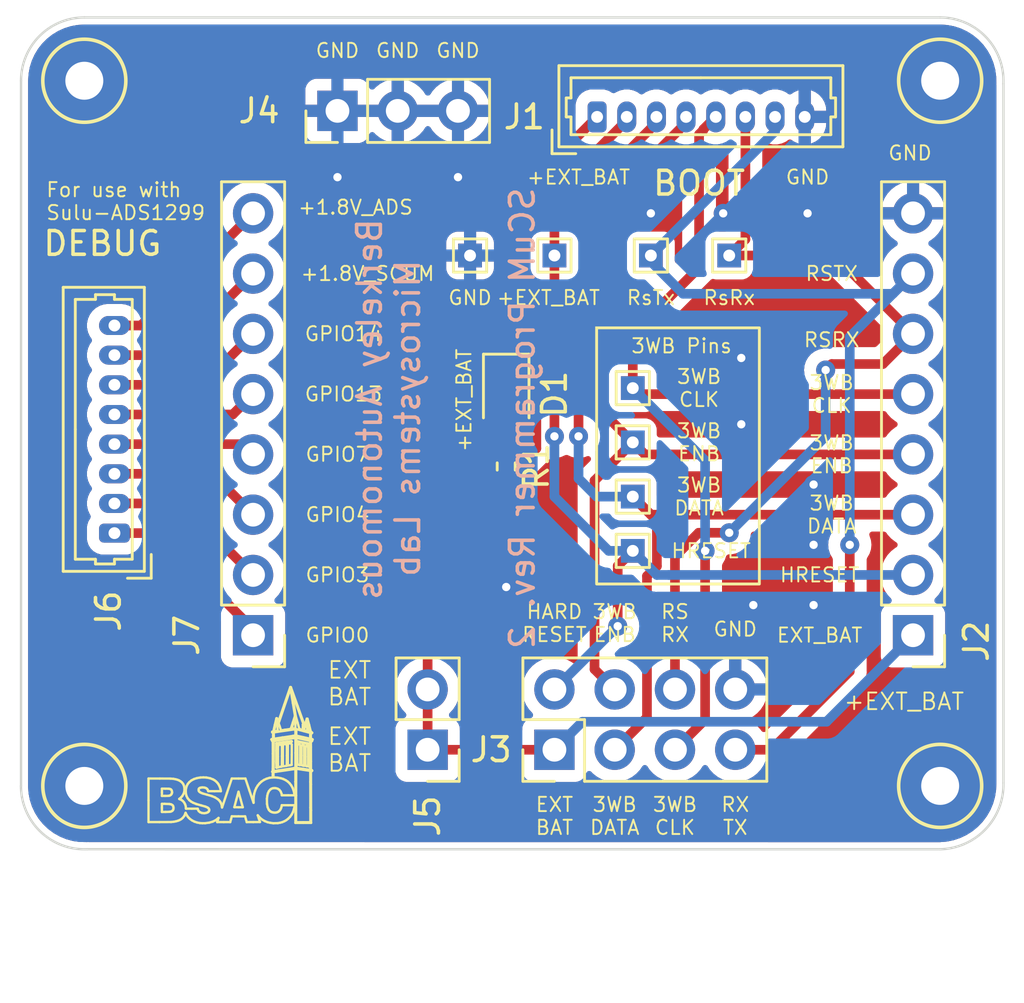
<source format=kicad_pcb>
(kicad_pcb (version 20221018) (generator pcbnew)
  (layers (0 "F.Cu" signal) (31 "B.Cu" signal) (34 "B.Paste" user) (35 "F.Paste" user) (36 "B.SilkS" user "B.Silkscreen") (37 "F.SilkS" user "F.Silkscreen") (38 "B.Mask" user) (39 "F.Mask" user) (44 "Edge.Cuts" user))
  (net 0 "")
  (net 1 "GND")
  (net 2 "/RsTx")
  (net 3 "/RsRx")
  (net 4 "/3WB_CLK")
  (net 5 "/3WB_ENB")
  (net 6 "/3WB_DATA")
  (net 7 "/HARD_RESET")
  (net 8 "Net-(D1-A)")
  (net 9 "/+EXT_BAT")
  (net 10 "/SCUM_GPIO0")
  (net 11 "/SCUM_GPIO3")
  (net 12 "/SCUM_GPIO4")
  (net 13 "/SCUM_GPIO7")
  (net 14 "/SCUM_GPIO13")
  (net 15 "/SCUM_GPIO14")
  (net 16 "/+1.8V_SCUM")
  (net 17 "/+1.8V_ADS")
  (footprint "TestPoint:TestPoint_Keystone_5010-5014_Multipurpose" (layer "F.Cu") (at 109.22 83.058)
    (fp_text reference "TP12" hide)
    (fp_text value "TestPoint")
  )
  (footprint "Connector_PinHeader_2.54mm:PinHeader_1x02_P2.54mm_Vertical" (layer "F.Cu") (at 87.62 81.534 180)
    (fp_text reference "J5")
    (fp_text value "Conn_01x02")
  )
  (footprint "TestPoint:TestPoint_THTPad_1.0x1.0mm_Drill0.5mm" (layer "F.Cu") (at 96.266 66.294 -90)
    (fp_text reference "TP5" hide)
    (fp_text value "TestPoint")
  )
  (footprint "Connector_PinHeader_2.54mm:PinHeader_1x08_P2.54mm_Vertical" (layer "F.Cu") (at 108.077 76.708 180)
    (fp_text reference "J2")
    (fp_text value "Conn_01x08")
  )
  (footprint "TestPoint:TestPoint_THTPad_1.0x1.0mm_Drill0.5mm" (layer "F.Cu") (at 100.33 60.706)
    (fp_text reference "TP6" hide)
    (fp_text value "TestPoint")
  )
  (footprint "Connector_PinHeader_2.54mm:PinHeader_1x08_P2.54mm_Vertical" (layer "F.Cu") (at 80.264 76.708 180)
    (fp_text reference "J7")
    (fp_text value "Conn_01x08")
  )
  (footprint "TestPoint:TestPoint_THTPad_1.0x1.0mm_Drill0.5mm" (layer "F.Cu") (at 89.408 60.706)
    (fp_text reference "TP8" hide)
    (fp_text value "TestPoint")
  )
  (footprint "Connector_Molex:Molex_PicoBlade_53047-0810_1x08_P1.25mm_Vertical" (layer "F.Cu") (at 94.762 54.864)
    (fp_text reference "J1")
    (fp_text value "Conn_01x08")
  )
  (footprint "TestPoint:TestPoint_Keystone_5010-5014_Multipurpose" (layer "F.Cu") (at 73.152 53.34)
    (fp_text reference "TP9" hide)
    (fp_text value "TestPoint")
  )
  (footprint "TestPoint:TestPoint_Keystone_5010-5014_Multipurpose" (layer "F.Cu") (at 109.22 53.34)
    (fp_text reference "TP11" hide)
    (fp_text value "TestPoint")
  )
  (footprint "TestPoint:TestPoint_THTPad_1.0x1.0mm_Drill0.5mm" (layer "F.Cu") (at 96.266 70.866)
    (fp_text reference "TP3" hide)
    (fp_text value "TestPoint")
  )
  (footprint "TestPoint:TestPoint_Keystone_5010-5014_Multipurpose" (layer "F.Cu") (at 73.152 83.058)
    (fp_text reference "TP10" hide)
    (fp_text value "TestPoint")
  )
  (footprint "Connector_Molex:Molex_PicoBlade_53047-0810_1x08_P1.25mm_Vertical" (layer "F.Cu") (at 74.422 72.405 90)
    (fp_text reference "J6")
    (fp_text value "Conn_01x08")
  )
  (footprint "TestPoint:TestPoint_THTPad_1.0x1.0mm_Drill0.5mm" (layer "F.Cu") (at 92.964 60.706)
    (fp_text reference "TP1" hide)
    (fp_text value "TestPoint")
  )
  (footprint "Connector_PinHeader_2.54mm:PinHeader_1x03_P2.54mm_Vertical" (layer "F.Cu") (at 83.82 54.61 90)
    (fp_text reference "J4")
    (fp_text value "Conn_01x03")
  )
  (footprint "Connector_PinHeader_2.54mm:PinHeader_2x04_P2.54mm_Vertical" (layer "F.Cu") (at 92.964 81.534 90)
    (fp_text reference "J3")
    (fp_text value "Conn_02x04_Counter_Clockwise")
  )
  (footprint "TestPoint:TestPoint_THTPad_1.0x1.0mm_Drill0.5mm" (layer "F.Cu") (at 97.028 60.706)
    (fp_text reference "TP7" hide)
    (fp_text value "TestPoint")
  )
  (footprint "Resistor_SMD:R_0402_1005Metric" (layer "F.Cu") (at 90.932 69.596 90)
    (fp_text reference "R1")
    (fp_text value "300")
  )
  (footprint "TestPoint:TestPoint_THTPad_1.0x1.0mm_Drill0.5mm" (layer "F.Cu") (at 96.266 68.58)
    (fp_text reference "TP4" hide)
    (fp_text value "TestPoint")
  )
  (footprint "LED_SMD:LED_0805_2012Metric" (layer "F.Cu") (at 90.932 66.548 -90)
    (fp_text reference "D1")
    (fp_text value "LED")
  )
  (footprint "TestPoint:TestPoint_THTPad_1.0x1.0mm_Drill0.5mm" (layer "F.Cu") (at 96.266 73.152)
    (fp_text reference "TP2" hide)
    (fp_text value "TestPoint")
  )
  (gr_line (start 82.390834 80.667132) (end 82.389699 80.584732) (stroke (width 0.1)) (layer "F.SilkS"))
  (gr_line (start 81.094191 82.480525) (end 81.093591 82.590292) (stroke (width 0.1)) (layer "F.SilkS"))
  (gr_line (start 81.071734 81.136817) (end 81.067189 81.152875) (stroke (width 0.1)) (layer "F.SilkS"))
  (gr_line (start 82.704039 82.993521) (end 82.702789 82.431871) (stroke (width 0.1)) (layer "F.SilkS"))
  (gr_line (start 77.174426 83.591104) (end 77.230483 83.540877) (stroke (width 0.1)) (layer "F.SilkS"))
  (gr_line (start 82.151494 81.178977) (end 82.141551 81.195668) (stroke (width 0.1)) (layer "F.SilkS"))
  (gr_line (start 81.147631 80.760019) (end 81.147756 80.754444) (stroke (width 0.1)) (layer "F.SilkS"))
  (gr_line (start 78.393324 84.137926) (end 78.370419 84.159854) (stroke (width 0.1)) (layer "F.SilkS"))
  (gr_line (start 81.241624 82.082391) (end 81.246399 82.28484) (stroke (width 0.1)) (layer "F.SilkS"))
  (gr_line (start 82.572414 82.229583) (end 82.577008 82.194086) (stroke (width 0.1)) (layer "F.SilkS"))
  (gr_line (start 80.274796 84.582001) (end 80.554797 84.579991) (stroke (width 0.1)) (layer "F.SilkS"))
  (gr_line (start 76.33049 82.74794) (end 75.857409 82.74713) (stroke (width 0.1)) (layer "F.SilkS"))
  (gr_line (start 81.462862 83.383772) (end 81.472181 83.426099) (stroke (width 0.1)) (layer "F.SilkS"))
  (gr_line (start 81.406013 82.256446) (end 81.474584 82.24351) (stroke (width 0.1)) (layer "F.SilkS"))
  (gr_line (start 82.041999 82.342533) (end 82.048338 82.341253) (stroke (width 0.1)) (layer "F.SilkS"))
  (gr_line (start 81.192358 81.095861) (end 81.642674 81.027877) (stroke (width 0.1)) (layer "F.SilkS"))
  (gr_line (start 82.674574 81.774309) (end 82.674567 81.774305) (stroke (width 0.1)) (layer "F.SilkS"))
  (gr_line (start 81.020116 84.146958) (end 80.98126 84.121711) (stroke (width 0.1)) (layer "F.SilkS"))
  (gr_line (start 78.787866 84.425467) (end 78.809006 84.407982) (stroke (width 0.1)) (layer "F.SilkS"))
  (gr_line (start 81.246399 82.28484) (end 81.246404 82.284838) (stroke (width 0.1)) (layer "F.SilkS"))
  (gr_line (start 82.572639 81.141871) (end 82.672404 81.164794) (stroke (width 0.1)) (layer "F.SilkS"))
  (gr_line (start 82.310519 82.185474) (end 82.359498 82.198277) (stroke (width 0.1)) (layer "F.SilkS"))
  (gr_line (start 82.706539 84.085871) (end 82.704039 82.993521) (stroke (width 0.1)) (layer "F.SilkS"))
  (gr_line (start 77.435477 83.991136) (end 77.423294 83.907673) (stroke (width 0.1)) (layer "F.SilkS"))
  (gr_line (start 82.384736 81.335449) (end 82.343867 81.335649) (stroke (width 0.1)) (layer "F.SilkS"))
  (gr_line (start 81.752095 81.281982) (end 81.737909 81.305428) (stroke (width 0.1)) (layer "F.SilkS"))
  (gr_line (start 76.80822 84.57967) (end 76.914164 84.569298) (stroke (width 0.1)) (layer "F.SilkS"))
  (gr_line (start 81.889584 84.2665) (end 81.943193 84.162009) (stroke (width 0.1)) (layer "F.SilkS"))
  (gr_line (start 82.405578 80.708541) (end 82.531155 80.306819) (stroke (width 0.1)) (layer "F.SilkS"))
  (gr_line (start 78.685056 84.504781) (end 78.787866 84.425467) (stroke (width 0.1)) (layer "F.SilkS"))
  (gr_line (start 82.700646 80.834237) (end 82.717377 80.837842) (stroke (width 0.1)) (layer "F.SilkS"))
  (gr_line (start 76.840413 83.259196) (end 76.848656 83.3179) (stroke (width 0.1)) (layer "F.SilkS"))
  (gr_line (start 81.445309 81.327714) (end 81.406017 81.313414) (stroke (width 0.1)) (layer "F.SilkS"))
  (gr_line (start 82.141551 81.195668) (end 82.146928 81.203601) (stroke (width 0.1)) (layer "F.SilkS"))
  (gr_line (start 77.902369 84.600231) (end 78.022821 84.623765) (stroke (width 0.1)) (layer "F.SilkS"))
  (gr_line (start 81.642674 81.027877) (end 82.044303 80.966975) (stroke (width 0.1)) (layer "F.SilkS"))
  (gr_line (start 81.430258 84.029137) (end 81.402565 84.075543) (stroke (width 0.1)) (layer "F.SilkS"))
  (gr_line (start 76.914164 84.569298) (end 77.009128 84.552168) (stroke (width 0.1)) (layer "F.SilkS"))
  (gr_line (start 81.256947 82.290756) (end 81.268364 82.289148) (stroke (width 0.1)) (layer "F.SilkS"))
  (gr_line (start 81.87308 83.037805) (end 81.806727 82.951332) (stroke (width 0.1)) (layer "F.SilkS"))
  (gr_line (start 81.122319 82.587794) (end 81.122919 82.476709) (stroke (width 0.1)) (layer "F.SilkS"))
  (gr_line (start 81.681917 82.207878) (end 81.686466 81.777496) (stroke (width 0.1)) (layer "F.SilkS"))
  (gr_line (start 77.000175 82.777329) (end 76.913055 82.761297) (stroke (width 0.1)) (layer "F.SilkS"))
  (gr_line (start 82.410243 80.500026) (end 82.430987 80.498021) (stroke (width 0.1)) (layer "F.SilkS"))
  (gr_line (start 81.133933 81.169322) (end 81.718738 81.08325) (stroke (width 0.1)) (layer "F.SilkS"))
  (gr_line (start 81.831336 78.894665) (end 81.578685 79.631665) (stroke (width 0.1)) (layer "F.SilkS"))
  (gr_line (start 81.526172 82.227633) (end 81.533867 82.23329) (stroke (width 0.1)) (layer "F.SilkS"))
  (gr_line (start 82.357754 80.697954) (end 82.216204 80.659462) (stroke (width 0.1)) (layer "F.SilkS"))
  (gr_line (start 82.0803 82.335882) (end 82.379078 82.379062) (stroke (width 0.1)) (layer "F.SilkS"))
  (gr_line (start 81.083772 82.700618) (end 80.955592 82.717877) (stroke (width 0.1)) (layer "F.SilkS"))
  (gr_line (start 77.87123 83.821525) (end 78.079335 83.880138) (stroke (width 0.1)) (layer "F.SilkS"))
  (gr_line (start 76.532194 83.81448) (end 76.735611 83.820606) (stroke (width 0.1)) (layer "F.SilkS"))
  (gr_line (start 82.30649 81.38163) (end 82.306489 81.781749) (stroke (width 0.1)) (layer "F.SilkS"))
  (gr_line (start 82.721417 80.794267) (end 82.699525 80.786808) (stroke (width 0.1)) (layer "F.SilkS"))
  (gr_line (start 82.416601 81.789574) (end 82.41136 81.368106) (stroke (width 0.1)) (layer "F.SilkS"))
  (gr_line (start 80.756205 84.540512) (end 80.86758 84.584476) (stroke (width 0.1)) (layer "F.SilkS"))
  (gr_line (start 77.927124 84.017296) (end 77.682047 84.017296) (stroke (width 0.1)) (layer "F.SilkS"))
  (gr_line (start 78.758729 82.925098) (end 78.706322 82.871675) (stroke (width 0.1)) (layer "F.SilkS"))
  (gr_line (start 78.647065 82.824973) (end 78.581551 82.785525) (stroke (width 0.1)) (layer "F.SilkS"))
  (gr_line (start 77.975059 83.184871) (end 77.996771 83.157052) (stroke (width 0.1)) (layer "F.SilkS"))
  (gr_line (start 76.877356 83.877601) (end 76.902998 83.923588) (stroke (width 0.1)) (layer "F.SilkS"))
  (gr_line (start 76.422091 83.326678) (end 76.422091 83.173135) (stroke (width 0.1)) (layer "F.SilkS"))
  (gr_line (start 78.863016 83.703024) (end 78.823206 83.657381) (stroke (width 0.1)) (layer "F.SilkS"))
  (gr_line (start 81.071707 80.7758) (end 81.066381 80.789519) (stroke (width 0.1)) (layer "F.SilkS"))
  (gr_line (start 81.74514 84.439144) (end 81.823151 84.360176) (stroke (width 0.1)) (layer "F.SilkS"))
  (gr_line (start 76.910571 83.976048) (end 76.907384 84.030356) (stroke (width 0.1)) (layer "F.SilkS"))
  (gr_line (start 82.183269 82.171069) (end 82.183265 82.17107) (stroke (width 0.1)) (layer "F.SilkS"))
  (gr_line (start 82.674743 82.423436) (end 82.676133 82.889038) (stroke (width 0.1)) (layer "F.SilkS"))
  (gr_line (start 77.896387 82.729417) (end 77.771017 82.769985) (stroke (width 0.1)) (layer "F.SilkS"))
  (gr_line (start 80.932588 83.277778) (end 80.986988 83.212649) (stroke (width 0.1)) (layer "F.SilkS"))
  (gr_line (start 78.218756 83.128076) (end 78.282165 83.150081) (stroke (width 0.1)) (layer "F.SilkS"))
  (gr_line (start 81.495784 81.018556) (end 81.495787 81.018559) (stroke (width 0.1)) (layer "F.SilkS"))
  (gr_line (start 80.891327 83.363444) (end 80.932588 83.277778) (stroke (width 0.1)) (layer "F.SilkS"))
  (gr_line (start 81.599458 81.052994) (end 81.143088 81.119488) (stroke (width 0.1)) (layer "F.SilkS"))
  (gr_line (start 79.830318 83.95737) (end 79.651877 83.95737) (stroke (width 0.1)) (layer "F.SilkS"))
  (gr_line (start 81.316035 82.256294) (end 81.324506 82.264792) (stroke (width 0.1)) (layer "F.SilkS"))
  (gr_line (start 76.750888 84.150152) (end 76.750888 84.150149) (stroke (width 0.1)) (layer "F.SilkS"))
  (gr_line (start 78.338623 84.178783) (end 78.278454 84.198954) (stroke (width 0.1)) (layer "F.SilkS"))
  (gr_line (start 81.966939 80.640388) (end 81.883697 80.652129) (stroke (width 0.1)) (layer "F.SilkS"))
  (gr_line (start 77.203704 82.859835) (end 77.144882 82.826389) (stroke (width 0.1)) (layer "F.SilkS"))
  (gr_line (start 82.550198 81.378655) (end 82.52561 81.372508) (stroke (width 0.1)) (layer "F.SilkS"))
  (gr_line (start 82.015219 83.880739) (end 82.016534 83.872095) (stroke (width 0.1)) (layer "F.SilkS"))
  (gr_line (start 82.698741 80.952813) (end 82.700646 80.834237) (stroke (width 0.1)) (layer "F.SilkS"))
  (gr_line (start 80.918872 84.050847) (end 80.875826 83.951059) (stroke (width 0.1)) (layer "F.SilkS"))
  (gr_line (start 76.554216 83.480221) (end 76.422091 83.480221) (stroke (width 0.1)) (layer "F.SilkS"))
  (gr_line (start 78.451788 82.73437) (end 78.29577 82.704133) (stroke (width 0.1)) (layer "F.SilkS"))
  (gr_line (start 81.578971 84.550052) (end 81.657716 84.506395) (stroke (width 0.1)) (layer "F.SilkS"))
  (gr_line (start 82.707788 81.174084) (end 82.740464 81.175634) (stroke (width 0.1)) (layer "F.SilkS"))
  (gr_line (start 81.89014 79.073952) (end 82.391005 80.467432) (stroke (width 0.1)) (layer "F.SilkS"))
  (gr_line (start 78.169409 82.699824) (end 78.041304 82.70411) (stroke (width 0.1)) (layer "F.SilkS"))
  (gr_line (start 81.471766 81.357132) (end 81.445309 81.327714) (stroke (width 0.1)) (layer "F.SilkS"))
  (gr_line (start 81.151128 82.698879) (end 81.121719 82.698879) (stroke (width 0.1)) (layer "F.SilkS"))
  (gr_line (start 82.672969 80.824898) (end 82.672969 80.947107) (stroke (width 0.1)) (layer "F.SilkS"))
  (gr_line (start 81.147756 80.754444) (end 81.256463 80.286157) (stroke (width 0.1)) (layer "F.SilkS"))
  (gr_line (start 82.011399 83.908974) (end 82.015219 83.880739) (stroke (width 0.1)) (layer "F.SilkS"))
  (gr_line (start 81.097248 81.702562) (end 81.094998 82.336392) (stroke (width 0.1)) (layer "F.SilkS"))
  (gr_line (start 81.740556 82.194126) (end 81.751008 82.194951) (stroke (width 0.1)) (layer "F.SilkS"))
  (gr_line (start 80.554797 84.579991) (end 80.50773 84.437673) (stroke (width 0.1)) (layer "F.SilkS"))
  (gr_line (start 80.947567 84.089762) (end 80.918872 84.050847) (stroke (width 0.1)) (layer "F.SilkS"))
  (gr_line (start 82.24329 82.178396) (end 82.247499 82.140513) (stroke (width 0.1)) (layer "F.SilkS"))
  (gr_line (start 82.745335 80.805348) (end 82.721417 80.794267) (stroke (width 0.1)) (layer "F.SilkS"))
  (gr_line (start 81.998957 83.369594) (end 81.969372 83.247133) (stroke (width 0.1)) (layer "F.SilkS"))
  (gr_line (start 82.667783 80.822663) (end 82.672969 80.824898) (stroke (width 0.1)) (layer "F.SilkS"))
  (gr_line (start 81.548394 81.307428) (end 81.533296 81.32593) (stroke (width 0.1)) (layer "F.SilkS"))
  (gr_line (start 76.811911 84.135322) (end 76.750888 84.150152) (stroke (width 0.1)) (layer "F.SilkS"))
  (gr_line (start 78.082807 83.354104) (end 78.032994 83.32834) (stroke (width 0.1)) (layer "F.SilkS"))
  (gr_line (start 80.471923 84.309384) (end 80.556122 84.403011) (stroke (width 0.1)) (layer "F.SilkS"))
  (gr_line (start 81.340733 82.404936) (end 81.135212 82.435174) (stroke (width 0.1)) (layer "F.SilkS"))
  (gr_line (start 81.599458 81.052994) (end 81.599458 81.052994) (stroke (width 0.1)) (layer "F.SilkS"))
  (gr_line (start 82.622236 80.768736) (end 82.575666 80.751068) (stroke (width 0.1)) (layer "F.SilkS"))
  (gr_line (start 81.307371 84.626016) (end 81.403853 84.609844) (stroke (width 0.1)) (layer "F.SilkS"))
  (gr_line (start 82.716239 82.387679) (end 82.702986 82.385109) (stroke (width 0.1)) (layer "F.SilkS"))
  (gr_line (start 81.130028 82.017347) (end 81.133933 81.169322) (stroke (width 0.1)) (layer "F.SilkS"))
  (gr_line (start 81.064298 84.165767) (end 81.020116 84.146958) (stroke (width 0.1)) (layer "F.SilkS"))
  (gr_line (start 78.346392 83.969526) (end 78.377674 83.99291) (stroke (width 0.1)) (layer "F.SilkS"))
  (gr_line (start 81.679737 81.337446) (end 81.654631 81.306352) (stroke (width 0.1)) (layer "F.SilkS"))
  (gr_line (start 82.468372 81.811494) (end 82.470392 82.206237) (stroke (width 0.1)) (layer "F.SilkS"))
  (gr_line (start 77.313657 82.97043) (end 77.265928 82.910595) (stroke (width 0.1)) (layer "F.SilkS"))
  (gr_line (start 82.230215 81.317677) (end 82.213306 81.302752) (stroke (width 0.1)) (layer "F.SilkS"))
  (gr_line (start 82.701118 81.11436) (end 82.701284 81.10498) (stroke (width 0.1)) (layer "F.SilkS"))
  (gr_line (start 77.436971 84.017296) (end 77.435477 83.991136) (stroke (width 0.1)) (layer "F.SilkS"))
  (gr_line (start 81.823151 84.360176) (end 81.889584 84.2665) (stroke (width 0.1)) (layer "F.SilkS"))
  (gr_line (start 81.612004 80.692379) (end 81.444526 80.716665) (stroke (width 0.1)) (layer "F.SilkS"))
  (gr_line (start 81.094998 82.336392) (end 81.088689 82.442114) (stroke (width 0.1)) (layer "F.SilkS"))
  (gr_line (start 82.047596 80.668061) (end 82.049121 80.734227) (stroke (width 0.1)) (layer "F.SilkS"))
  (gr_line (start 81.233344 80.747826) (end 81.154239 80.759675) (stroke (width 0.1)) (layer "F.SilkS"))
  (gr_line (start 78.80369 82.98471) (end 78.758729 82.925098) (stroke (width 0.1)) (layer "F.SilkS"))
  (gr_line (start 81.273907 80.216169) (end 81.272018 80.210794) (stroke (width 0.1)) (layer "F.SilkS"))
  (gr_line (start 80.112136 83.258956) (end 79.940541 82.747376) (stroke (width 0.1)) (layer "F.SilkS"))
  (gr_line (start 82.010208 83.444538) (end 82.011219 83.436471) (stroke (width 0.1)) (layer "F.SilkS"))
  (gr_line (start 76.708068 83.476496) (end 76.554216 83.480221) (stroke (width 0.1)) (layer "F.SilkS"))
  (gr_line (start 77.682047 84.017296) (end 77.436971 84.017296) (stroke (width 0.1)) (layer "F.SilkS"))
  (gr_line (start 82.764472 81.113364) (end 82.771078 81.105041) (stroke (width 0.1)) (layer "F.SilkS"))
  (gr_line (start 82.648477 82.247421) (end 82.653821 81.768508) (stroke (width 0.1)) (layer "F.SilkS"))
  (gr_line (start 81.882383 81.17008) (end 81.56201 81.210818) (stroke (width 0.1)) (layer "F.SilkS"))
  (gr_line (start 82.737969 80.838677) (end 82.747927 80.830912) (stroke (width 0.1)) (layer "F.SilkS"))
  (gr_line (start 81.728472 82.877248) (end 81.638492 82.815752) (stroke (width 0.1)) (layer "F.SilkS"))
  (gr_line (start 82.562778 82.230732) (end 82.572414 82.229583) (stroke (width 0.1)) (layer "F.SilkS"))
  (gr_line (start 81.31519 81.385087) (end 81.31312 81.824171) (stroke (width 0.1)) (layer "F.SilkS"))
  (gr_line (start 81.81379 80.662808) (end 81.612003 80.69238) (stroke (width 0.1)) (layer "F.SilkS"))
  (gr_line (start 82.389699 80.584732) (end 82.389499 80.500026) (stroke (width 0.1)) (layer "F.SilkS"))
  (gr_line (start 81.107416 80.942084) (end 81.106821 81.077412) (stroke (width 0.1)) (layer "F.SilkS"))
  (gr_line (start 77.17005 84.496734) (end 77.238795 84.457296) (stroke (width 0.1)) (layer "F.SilkS"))
  (gr_line (start 82.131862 81.750703) (end 82.135417 82.157176) (stroke (width 0.1)) (layer "F.SilkS"))
  (gr_line (start 78.949754 83.922805) (end 78.938949 83.862284) (stroke (width 0.1)) (layer "F.SilkS"))
  (gr_line (start 77.429404 84.211622) (end 77.461256 84.277372) (stroke (width 0.1)) (layer "F.SilkS"))
  (gr_line (start 81.37191 83.222563) (end 81.426781 83.292619) (stroke (width 0.1)) (layer "F.SilkS"))
  (gr_line (start 81.282157 81.282968) (end 81.583903 81.24218) (stroke (width 0.1)) (layer "F.SilkS"))
  (gr_line (start 82.698825 80.771955) (end 82.62764 80.492) (stroke (width 0.1)) (layer "F.SilkS"))
  (gr_line (start 82.086462 81.664727) (end 82.085557 81.033652) (stroke (width 0.1)) (layer "F.SilkS"))
  (gr_line (start 77.077245 82.798956) (end 77.000175 82.777329) (stroke (width 0.1)) (layer "F.SilkS"))
  (gr_line (start 81.806727 82.951332) (end 81.728472 82.877248) (stroke (width 0.1)) (layer "F.SilkS"))
  (gr_line (start 81.135597 81.112259) (end 81.137617 81.10389) (stroke (width 0.1)) (layer "F.SilkS"))
  (gr_line (start 79.960387 84.456384) (end 79.993489 84.576815) (stroke (width 0.1)) (layer "F.SilkS"))
  (gr_line (start 82.048339 82.299329) (end 81.984378 82.309091) (stroke (width 0.1)) (layer "F.SilkS"))
  (gr_line (start 82.556603 80.226228) (end 82.530547 80.222278) (stroke (width 0.1)) (layer "F.SilkS"))
  (gr_line (start 81.615925 81.290333) (end 81.567908 81.295023) (stroke (width 0.1)) (layer "F.SilkS"))
  (gr_line (start 82.113774 82.298872) (end 82.088172 82.295022) (stroke (width 0.1)) (layer "F.SilkS"))
  (gr_line (start 82.381396 81.037869) (end 82.671814 81.098491) (stroke (width 0.1)) (layer "F.SilkS"))
  (gr_line (start 81.079871 82.447034) (end 81.074919 82.465497) (stroke (width 0.1)) (layer "F.SilkS"))
  (gr_line (start 78.377674 83.99291) (end 78.400083 84.020314) (stroke (width 0.1)) (layer "F.SilkS"))
  (gr_line (start 78.12964 84.629795) (end 78.246686 84.628295) (stroke (width 0.1)) (layer "F.SilkS"))
  (gr_line (start 82.740464 81.175634) (end 82.752564 81.159804) (stroke (width 0.1)) (layer "F.SilkS"))
  (gr_line (start 77.397637 83.82796) (end 77.358571 83.75663) (stroke (width 0.1)) (layer "F.SilkS"))
  (gr_line (start 81.890418 82.170966) (end 81.895063 81.742859) (stroke (width 0.1)) (layer "F.SilkS"))
  (gr_line (start 82.532345 80.315806) (end 82.539359 80.52534) (stroke (width 0.1)) (layer "F.SilkS"))
  (gr_line (start 82.313123 81.3678) (end 82.30649 81.38163) (stroke (width 0.1)) (layer "F.SilkS"))
  (gr_line (start 81.672121 82.213594) (end 81.681917 82.207878) (stroke (width 0.1)) (layer "F.SilkS"))
  (gr_line (start 77.973135 84.119499) (end 77.936814 84.052481) (stroke (width 0.1)) (layer "F.SilkS"))
  (gr_line (start 81.895063 81.742859) (end 81.895063 81.319397) (stroke (width 0.1)) (layer "F.SilkS"))
  (gr_line (start 82.577008 82.194086) (end 82.578449 81.832301) (stroke (width 0.1)) (layer "F.SilkS"))
  (gr_line (start 82.170223 81.303802) (end 82.151828 81.317754) (stroke (width 0.1)) (layer "F.SilkS"))
  (gr_line (start 78.581551 82.785525) (end 78.451788 82.73437) (stroke (width 0.1)) (layer "F.SilkS"))
  (gr_line (start 82.62787 82.248456) (end 82.648477 82.247421) (stroke (width 0.1)) (layer "F.SilkS"))
  (gr_line (start 81.567908 81.295023) (end 81.548394 81.307428) (stroke (width 0.1)) (layer "F.SilkS"))
  (gr_line (start 82.075605 84.588917) (end 82.076395 83.462997) (stroke (width 0.1)) (layer "F.SilkS"))
  (gr_line (start 82.752564 81.159804) (end 82.746782 81.141945) (stroke (width 0.1)) (layer "F.SilkS"))
  (gr_line (start 78.6603 83.542813) (end 78.522301 83.485483) (stroke (width 0.1)) (layer "F.SilkS"))
  (gr_line (start 82.006859 83.403707) (end 81.998957 83.369594) (stroke (width 0.1)) (layer "F.SilkS"))
  (gr_line (start 82.361789 80.585287) (end 82.361789 80.585285) (stroke (width 0.1)) (layer "F.SilkS"))
  (gr_line (start 81.326184 81.351102) (end 81.31519 81.385087) (stroke (width 0.1)) (layer "F.SilkS"))
  (gr_line (start 77.975207 83.268896) (end 77.967545 83.226743) (stroke (width 0.1)) (layer "F.SilkS"))
  (gr_line (start 81.345676 81.327284) (end 81.326184 81.351102) (stroke (width 0.1)) (layer "F.SilkS"))
  (gr_line (start 80.86758 84.584476) (end 80.988723 84.6144) (stroke (width 0.1)) (layer "F.SilkS"))
  (gr_line (start 81.093591 82.590292) (end 81.092991 82.700058) (stroke (width 0.1)) (layer "F.SilkS"))
  (gr_line (start 81.112287 84.17792) (end 81.064298 84.165767) (stroke (width 0.1)) (layer "F.SilkS"))
  (gr_line (start 82.475301 80.729485) (end 82.405578 80.708541) (stroke (width 0.1)) (layer "F.SilkS"))
  (gr_line (start 75.857409 82.74713) (end 75.857409 83.664565) (stroke (width 0.1)) (layer "F.SilkS"))
  (gr_line (start 81.966939 80.640388) (end 81.966939 80.640388) (stroke (width 0.1)) (layer "F.SilkS"))
  (gr_line (start 81.426781 83.292619) (end 81.462862 83.383772) (stroke (width 0.1)) (layer "F.SilkS"))
  (gr_line (start 81.520515 82.221975) (end 81.526173 82.227633) (stroke (width 0.1)) (layer "F.SilkS"))
  (gr_line (start 77.144882 82.826389) (end 77.077245 82.798956) (stroke (width 0.1)) (layer "F.SilkS"))
  (gr_line (start 82.672964 80.947106) (end 82.670084 81.069064) (stroke (width 0.1)) (layer "F.SilkS"))
  (gr_line (start 82.377628 84.588917) (end 82.075605 84.588917) (stroke (width 0.1)) (layer "F.SilkS"))
  (gr_line (start 82.048335 82.880636) (end 82.046605 83.421016) (stroke (width 0.1)) (layer "F.SilkS"))
  (gr_line (start 81.092991 82.700058) (end 81.083772 82.700618) (stroke (width 0.1)) (layer "F.SilkS"))
  (gr_line (start 81.067189 81.152875) (end 81.071464 81.165445) (stroke (width 0.1)) (layer "F.SilkS"))
  (gr_line (start 81.136511 80.80195) (end 82.041631 80.669316) (stroke (width 0.1)) (layer "F.SilkS"))
  (gr_line (start 82.610735 81.106019) (end 82.323775 81.041724) (stroke (width 0.1)) (layer "F.SilkS"))
  (gr_line (start 81.895063 81.319397) (end 81.89004 81.308525) (stroke (width 0.1)) (layer "F.SilkS"))
  (gr_line (start 81.181469 80.486464) (end 81.116512 80.76424) (stroke (width 0.1)) (layer "F.SilkS"))
  (gr_line (start 82.139384 80.390521) (end 82.064091 80.123152) (stroke (width 0.1)) (layer "F.SilkS"))
  (gr_line (start 82.041631 80.669316) (end 82.047596 80.668061) (stroke (width 0.1)) (layer "F.SilkS"))
  (gr_line (start 82.048392 83.453616) (end 82.048392 84.035096) (stroke (width 0.1)) (layer "F.SilkS"))
  (gr_line (start 78.140413 83.12208) (end 78.218756 83.128076) (stroke (width 0.1)) (layer "F.SilkS"))
  (gr_line (start 78.560273 84.565142) (end 78.685056 84.504781) (stroke (width 0.1)) (layer "F.SilkS"))
  (gr_line (start 80.98126 84.121711) (end 80.947567 84.089762) (stroke (width 0.1)) (layer "F.SilkS"))
  (gr_line (start 81.274657 81.780903) (end 81.273132 81.284383) (stroke (width 0.1)) (layer "F.SilkS"))
  (gr_line (start 82.530547 80.222278) (end 82.460807 80.443893) (stroke (width 0.1)) (layer "F.SilkS"))
  (gr_line (start 82.048392 84.035096) (end 82.048392 84.616576) (stroke (width 0.1)) (layer "F.SilkS"))
  (gr_line (start 82.146605 79.704396) (end 81.860531 78.904871) (stroke (width 0.1)) (layer "F.SilkS"))
  (gr_line (start 82.707789 84.616576) (end 82.706539 84.085871) (stroke (width 0.1)) (layer "F.SilkS"))
  (gr_line (start 81.798305 81.259216) (end 81.77233 81.266461) (stroke (width 0.1)) (layer "F.SilkS"))
  (gr_line (start 82.048338 80.976833) (end 82.048338 80.987638) (stroke (width 0.1)) (layer "F.SilkS"))
  (gr_line (start 81.986491 80.324157) (end 82.036885 80.175491) (stroke (width 0.1)) (layer "F.SilkS"))
  (gr_line (start 77.502408 84.340683) (end 77.551204 84.399309) (stroke (width 0.1)) (layer "F.SilkS"))
  (gr_line (start 76.573682 84.154955) (end 76.422135 84.15599) (stroke (width 0.1)) (layer "F.SilkS"))
  (gr_line (start 77.793473 84.563894) (end 77.902369 84.600231) (stroke (width 0.1)) (layer "F.SilkS"))
  (gr_line (start 78.255847 83.92945) (end 78.346392 83.969526) (stroke (width 0.1)) (layer "F.SilkS"))
  (gr_line (start 82.671814 81.098491) (end 82.672549 81.107256) (stroke (width 0.1)) (layer "F.SilkS"))
  (gr_line (start 81.852827 81.270187) (end 81.8266 81.260674) (stroke (width 0.1)) (layer "F.SilkS"))
  (gr_line (start 76.83356 83.845557) (end 76.877356 83.877601) (stroke (width 0.1)) (layer "F.SilkS"))
  (gr_line (start 77.605985 84.451002) (end 77.695042 84.514302) (stroke (width 0.1)) (layer "F.SilkS"))
  (gr_line (start 82.674567 81.774305) (end 82.672762 82.382895) (stroke (width 0.1)) (layer "F.SilkS"))
  (gr_line (start 82.70145 81.419895) (end 82.699915 81.172329) (stroke (width 0.1)) (layer "F.SilkS"))
  (gr_line (start 80.986988 83.212649) (end 81.036664 83.177568) (stroke (width 0.1)) (layer "F.SilkS"))
  (gr_line (start 78.032162 84.169481) (end 77.973135 84.119499) (stroke (width 0.1)) (layer "F.SilkS"))
  (gr_line (start 81.093988 81.174267) (end 81.097248 81.702562) (stroke (width 0.1)) (layer "F.SilkS"))
  (gr_line (start 81.383612 80.544112) (end 81.340716 80.414577) (stroke (width 0.1)) (layer "F.SilkS"))
  (gr_line (start 82.042 81.036024) (end 82.048339 81.034859) (stroke (width 0.1)) (layer "F.SilkS"))
  (gr_line (start 78.895579 83.752391) (end 78.863016 83.703024) (stroke (width 0.1)) (layer "F.SilkS"))
  (gr_line (start 76.422091 83.173135) (end 76.560961 83.17436) (stroke (width 0.1)) (layer "F.SilkS"))
  (gr_line (start 81.472181 83.426099) (end 81.475791 83.447419) (stroke (width 0.1)) (layer "F.SilkS"))
  (gr_line (start 81.106943 81.109586) (end 81.107974 81.116307) (stroke (width 0.1)) (layer "F.SilkS"))
  (gr_line (start 76.422135 83.985229) (end 76.422135 83.814468) (stroke (width 0.1)) (layer "F.SilkS"))
  (gr_line (start 81.451629 83.975678) (end 81.430258 84.029137) (stroke (width 0.1)) (layer "F.SilkS"))
  (gr_line (start 80.988723 84.6144) (end 81.119838 84.630348) (stroke (width 0.1)) (layer "F.SilkS"))
  (gr_line (start 81.406017 81.313414) (end 81.372631 81.31445) (stroke (width 0.1)) (layer "F.SilkS"))
  (gr_line (start 81.444526 80.716665) (end 81.434524 80.69304) (stroke (width 0.1)) (layer "F.SilkS"))
  (gr_line (start 78.032994 83.32834) (end 77.997606 83.30024) (stroke (width 0.1)) (layer "F.SilkS"))
  (gr_line (start 82.088098 80.977184) (end 82.381396 81.037869) (stroke (width 0.1)) (layer "F.SilkS"))
  (gr_line (start 76.857932 84.110722) (end 76.811911 84.135322) (stroke (width 0.1)) (layer "F.SilkS"))
  (gr_line (start 81.372631 81.31445) (end 81.345676 81.327284) (stroke (width 0.1)) (layer "F.SilkS"))
  (gr_line (start 77.440773 83.146377) (end 77.42722 83.247943) (stroke (width 0.1)) (layer "F.SilkS"))
  (gr_line (start 82.769142 81.093933) (end 82.734102 81.081445) (stroke (width 0.1)) (layer "F.SilkS"))
  (gr_line (start 75.857409 84.582) (end 76.314395 84.582) (stroke (width 0.1)) (layer "F.SilkS"))
  (gr_line (start 78.079335 83.880138) (end 78.255847 83.92945) (stroke (width 0.1)) (layer "F.SilkS"))
  (gr_line (start 78.750275 84.582002) (end 79.026185 84.582002) (stroke (width 0.1)) (layer "F.SilkS"))
  (gr_line (start 81.520515 81.792491) (end 81.520515 82.221975) (stroke (width 0.1)) (layer "F.SilkS"))
  (gr_line (start 82.679652 84.588917) (end 82.377628 84.588917) (stroke (width 0.1)) (layer "F.SilkS"))
  (gr_line (start 82.531155 80.306819) (end 82.532345 80.315806) (stroke (width 0.1)) (layer "F.SilkS"))
  (gr_line (start 82.379078 82.379062) (end 82.674743 82.423436) (stroke (width 0.1)) (layer "F.SilkS"))
  (gr_line (start 82.653721 81.287701) (end 82.647723 81.279123) (stroke (width 0.1)) (layer "F.SilkS"))
  (gr_line (start 81.745549 83.872095) (end 81.474564 83.872095) (stroke (width 0.1)) (layer "F.SilkS"))
  (gr_line (start 78.413992 84.606373) (end 78.560273 84.565142) (stroke (width 0.1)) (layer "F.SilkS"))
  (gr_line (start 78.907225 83.279737) (end 78.905685 83.267637) (stroke (width 0.1)) (layer "F.SilkS"))
  (gr_line (start 82.566263 81.398589) (end 82.550198 81.378655) (stroke (width 0.1)) (layer "F.SilkS"))
  (gr_line (start 82.391005 80.467432) (end 82.377039 80.472347) (stroke (width 0.1)) (layer "F.SilkS"))
  (gr_line (start 78.890125 83.189342) (end 78.86644 83.109928) (stroke (width 0.1)) (layer "F.SilkS"))
  (gr_line (start 81.976844 79.598822) (end 81.89014 79.073952) (stroke (width 0.1)) (layer "F.SilkS"))
  (gr_line (start 80.834258 82.753434) (end 80.720601 82.806976) (stroke (width 0.1)) (layer "F.SilkS"))
  (gr_line (start 81.340733 82.404937) (end 81.340733 82.404936) (stroke (width 0.1)) (layer "F.SilkS"))
  (gr_line (start 82.048338 80.987638) (end 81.599458 81.052994) (stroke (width 0.1)) (layer "F.SilkS"))
  (gr_line (start 81.275029 82.221709) (end 81.274657 81.780903) (stroke (width 0.1)) (layer "F.SilkS"))
  (gr_line (start 77.996771 83.157052) (end 78.030953 83.137543) (stroke (width 0.1)) (layer "F.SilkS"))
  (gr_line (start 78.706322 82.871675) (end 78.647065 82.824973) (stroke (width 0.1)) (layer "F.SilkS"))
  (gr_line (start 81.578685 79.631665) (end 81.324705 80.368655) (stroke (width 0.1)) (layer "F.SilkS"))
  (gr_line (start 81.476866 83.452605) (end 81.744295 83.452605) (stroke (width 0.1)) (layer "F.SilkS"))
  (gr_line (start 78.415016 84.081834) (end 78.407976 84.11219) (stroke (width 0.1)) (layer "F.SilkS"))
  (gr_line (start 82.029544 80.107422) (end 81.941269 80.381017) (stroke (width 0.1)) (layer "F.SilkS"))
  (gr_line (start 78.92089 83.805478) (end 78.895579 83.752391) (stroke (width 0.1)) (layer "F.SilkS"))
  (gr_line (start 82.084066 80.666693) (end 82.138232 80.68113) (stroke (width 0.1)) (layer "F.SilkS"))
  (gr_line (start 77.664388 82.826148) (end 77.575696 82.898241) (stroke (width 0.1)) (layer "F.SilkS"))
  (gr_line (start 82.048338 82.880648) (end 82.048335 82.880636) (stroke (width 0.1)) (layer "F.SilkS"))
  (gr_line (start 77.365294 84.323662) (end 77.409718 84.223588) (stroke (width 0.1)) (layer "F.SilkS"))
  (gr_line (start 82.323775 81.041724) (end 82.090404 80.989418) (stroke (width 0.1)) (layer "F.SilkS"))
  (gr_line (start 81.260673 80.20914) (end 81.246494 80.20889) (stroke (width 0.1)) (layer "F.SilkS"))
  (gr_line (start 80.534437 82.954657) (end 80.459011 83.046066) (stroke (width 0.1)) (layer "F.SilkS"))
  (gr_line (start 81.243024 81.258772) (end 81.240139 81.575046) (stroke (width 0.1)) (layer "F.SilkS"))
  (gr_line (start 78.372994 83.279737) (end 78.640109 83.279737) (stroke (width 0.1)) (layer "F.SilkS"))
  (gr_line (start 77.409718 84.223588) (end 77.419287 84.19255) (stroke (width 0.1)) (layer "F.SilkS"))
  (gr_line (start 77.504357 83.574459) (end 77.573386 83.657281) (stroke (width 0.1)) (layer "F.SilkS"))
  (gr_line (start 79.302095 84.582002) (end 79.334189 84.460985) (stroke (width 0.1)) (layer "F.SilkS"))
  (gr_line (start 81.09647 83.154879) (end 81.150351 83.148985) (stroke (width 0.1)) (layer "F.SilkS"))
  (gr_line (start 82.719762 82.433156) (end 82.740869 82.431861) (stroke (width 0.1)) (layer "F.SilkS"))
  (gr_line (start 82.670084 81.069064) (end 82.376415 81.003951) (stroke (width 0.1)) (layer "F.SilkS"))
  (gr_line (start 82.751385 80.818999) (end 82.745335 80.805348) (stroke (width 0.1)) (layer "F.SilkS"))
  (gr_line (start 81.135212 82.435174) (end 81.129063 82.436404) (stroke (width 0.1)) (layer "F.SilkS"))
  (gr_line (start 78.354338 83.222115) (end 78.36892 83.261874) (stroke (width 0.1)) (layer "F.SilkS"))
  (gr_line (start 81.368712 84.114567) (end 81.32735 84.147036) (stroke (width 0.1)) (layer "F.SilkS"))
  (gr_line (start 82.701833 81.125379) (end 82.701118 81.11436) (stroke (width 0.1)) (layer "F.SilkS"))
  (gr_line (start 81.106821 81.077412) (end 81.079162 81.081432) (stroke (width 0.1)) (layer "F.SilkS"))
  (gr_line (start 82.049121 80.734227) (end 82.050646 80.867554) (stroke (width 0.1)) (layer "F.SilkS"))
  (gr_line (start 82.678588 83.971778) (end 82.679652 84.588917) (stroke (width 0.1)) (layer "F.SilkS"))
  (gr_line (start 78.278454 84.198954) (end 78.200342 84.207739) (stroke (width 0.1)) (layer "F.SilkS"))
  (gr_line (start 77.373178 83.204933) (end 77.368664 83.122149) (stroke (width 0.1)) (layer "F.SilkS"))
  (gr_line (start 77.368664 83.122149) (end 77.34765 83.040547) (stroke (width 0.1)) (layer "F.SilkS"))
  (gr_line (start 77.15114 83.608391) (end 77.174426 83.591104) (stroke (width 0.1)) (layer "F.SilkS"))
  (gr_line (start 81.324505 82.264793) (end 81.335984 82.266468) (stroke (width 0.1)) (layer "F.SilkS"))
  (gr_line (start 80.461308 84.296716) (end 80.471923 84.309384) (stroke (width 0.1)) (layer "F.SilkS"))
  (gr_line (start 81.272018 80.210794) (end 81.260673 80.20914) (stroke (width 0.1)) (layer "F.SilkS"))
  (gr_line (start 82.430987 80.498021) (end 82.146605 79.704396) (stroke (width 0.1)) (layer "F.SilkS"))
  (gr_line (start 81.072457 80.803547) (end 81.09322 80.808137) (stroke (width 0.1)) (layer "F.SilkS"))
  (gr_line (start 81.52562 81.342654) (end 81.521858 81.392179) (stroke (width 0.1)) (layer "F.SilkS"))
  (gr_line (start 78.809006 84.407982) (end 78.778799 84.497297) (stroke (width 0.1)) (layer "F.SilkS"))
  (gr_line (start 77.34765 83.040547) (end 77.313657 82.97043) (stroke (width 0.1)) (layer "F.SilkS"))
  (gr_line (start 80.284248 83.770021) (end 80.112136 83.258956) (stroke (width 0.1)) (layer "F.SilkS"))
  (gr_line (start 77.245045 83.649359) (end 77.173273 83.615958) (stroke (width 0.1)) (layer "F.SilkS"))
  (gr_line (start 81.150351 83.148985) (end 81.211043 83.150594) (stroke (width 0.1)) (layer "F.SilkS"))
  (gr_line (start 82.361789 80.585285) (end 82.357754 80.697954) (stroke (width 0.1)) (layer "F.SilkS"))
  (gr_line (start 82.545025 80.747975) (end 82.475301 80.729485) (stroke (width 0.1)) (layer "F.SilkS"))
  (gr_line (start 82.048392 84.616576) (end 82.37809 84.616576) (stroke (width 0.1)) (layer "F.SilkS"))
  (gr_line (start 82.750535 82.420797) (end 82.749765 82.404317) (stroke (width 0.1)) (layer "F.SilkS"))
  (gr_line (start 82.085627 80.939088) (end 82.084137 80.911429) (stroke (width 0.1)) (layer "F.SilkS"))
  (gr_line (start 77.456947 83.478518) (end 77.504357 83.574459) (stroke (width 0.1)) (layer "F.SilkS"))
  (gr_line (start 77.336467 83.38905) (end 77.368589 83.285491) (stroke (width 0.1)) (layer "F.SilkS"))
  (gr_line (start 81.074919 82.465497) (end 81.087354 82.47916) (stroke (width 0.1)) (layer "F.SilkS"))
  (gr_line (start 77.230483 83.540877) (end 77.281063 83.484253) (stroke (width 0.1)) (layer "F.SilkS"))
  (gr_line (start 78.030953 83.137543) (end 78.078526 83.126) (stroke (width 0.1)) (layer "F.SilkS"))
  (gr_line (start 80.720601 82.806976) (end 80.615452 82.878187) (stroke (width 0.1)) (layer "F.SilkS"))
  (gr_line (start 79.740833 83.632956) (end 79.830318 83.95737) (stroke (width 0.1)) (layer "F.SilkS"))
  (gr_line (start 82.388023 81.255189) (end 82.625143 81.303263) (stroke (width 0.1)) (layer "F.SilkS"))
  (gr_line (start 76.814231 83.217577) (end 76.840413 83.259196) (stroke (width 0.1)) (layer "F.SilkS"))
  (gr_line (start 77.238795 84.457296) (end 77.29764 84.408029) (stroke (width 0.1)) (layer "F.SilkS"))
  (gr_line (start 78.522301 83.485483) (end 78.314433 83.42493) (stroke (width 0.1)) (layer "F.SilkS"))
  (gr_line (start 80.615452 82.878187) (end 80.534437 82.954657) (stroke (width 0.1)) (layer "F.SilkS"))
  (gr_line (start 76.422135 83.814468) (end 76.532194 83.81448) (stroke (width 0.1)) (layer "F.SilkS"))
  (gr_line (start 82.477969 82.213418) (end 82.519582 82.223033) (stroke (width 0.1)) (layer "F.SilkS"))
  (gr_line (start 79.994794 84.582001) (end 80.274796 84.582001) (stroke (width 0.1)) (layer "F.SilkS"))
  (gr_line (start 82.670063 80.781009) (end 82.622236 80.768736) (stroke (width 0.1)) (layer "F.SilkS"))
  (gr_line (start 81.494368 84.584529) (end 81.578971 84.550052) (stroke (width 0.1)) (layer "F.SilkS"))
  (gr_line (start 82.627883 82.248457) (end 82.62787 82.248456) (stroke (width 0.1)) (layer "F.SilkS"))
  (gr_line (start 76.757321 83.18649) (end 76.78978 83.198934) (stroke (width 0.1)) (layer "F.SilkS"))
  (gr_line (start 82.519585 82.223032) (end 82.562778 82.230732) (stroke (width 0.1)) (layer "F.SilkS"))
  (gr_line (start 82.701284 81.10498) (end 82.706423 81.104853) (stroke (width 0.1)) (layer "F.SilkS"))
  (gr_line (start 81.883697 80.652129) (end 81.909159 80.563967) (stroke (width 0.1)) (layer "F.SilkS"))
  (gr_line (start 77.423294 83.907673) (end 77.397637 83.82796) (stroke (width 0.1)) (layer "F.SilkS"))
  (gr_line (start 79.561641 83.62611) (end 79.649594 83.304577) (stroke (width 0.1)) (layer "F.SilkS"))
  (gr_line (start 78.86644 83.109928) (end 78.80369 82.98471) (stroke (width 0.1)) (layer "F.SilkS"))
  (gr_line (start 79.653443 82.747341) (end 79.366345 82.747307) (stroke (width 0.1)) (layer "F.SilkS"))
  (gr_line (start 81.638492 82.815752) (end 81.536967 82.76704) (stroke (width 0.1)) (layer "F.SilkS"))
  (gr_line (start 76.848656 83.3179) (end 76.846316 83.356356) (stroke (width 0.1)) (layer "F.SilkS"))
  (gr_line (start 82.192831 81.2993) (end 82.170223 81.303802) (stroke (width 0.1)) (layer "F.SilkS"))
  (gr_line (start 81.402565 84.075543) (end 81.368712 84.114567) (stroke (width 0.1)) (layer "F.SilkS"))
  (gr_line (start 82.618208 80.563915) (end 82.673019 80.776018) (stroke (width 0.1)) (layer "F.SilkS"))
  (gr_line (start 81.340716 80.414577) (end 81.837699 78.961517) (stroke (width 0.1)) (layer "F.SilkS"))
  (gr_line (start 82.026782 83.4132) (end 82.006859 83.403707) (stroke (width 0.1)) (layer "F.SilkS"))
  (gr_line (start 81.526173 82.227633) (end 81.526172 82.227633) (stroke (width 0.1)) (layer "F.SilkS"))
  (gr_line (start 82.050646 80.934715) (end 81.948654 80.950103) (stroke (width 0.1)) (layer "F.SilkS"))
  (gr_line (start 82.701106 81.072839) (end 82.698741 80.952813) (stroke (width 0.1)) (layer "F.SilkS"))
  (gr_line (start 81.088689 82.442114) (end 81.079871 82.447034) (stroke (width 0.1)) (layer "F.SilkS"))
  (gr_line (start 81.473559 83.877281) (end 81.466518 83.915496) (stroke (width 0.1)) (layer "F.SilkS"))
  (gr_line (start 81.324506 82.264792) (end 81.324505 82.264793) (stroke (width 0.1)) (layer "F.SilkS"))
  (gr_line (start 81.654631 81.306352) (end 81.615925 81.290333) (stroke (width 0.1)) (layer "F.SilkS"))
  (gr_line (start 81.521858 81.392179) (end 81.520515 81.792491) (stroke (width 0.1)) (layer "F.SilkS"))
  (gr_line (start 81.039134 81.107129) (end 81.052777 81.115683) (stroke (width 0.1)) (layer "F.SilkS"))
  (gr_line (start 82.739924 82.394226) (end 82.716239 82.387679) (stroke (width 0.1)) (layer "F.SilkS"))
  (gr_line (start 81.536967 82.76704) (end 81.424072 82.731309) (stroke (width 0.1)) (layer "F.SilkS"))
  (gr_line (start 82.036885 80.175491) (end 82.046066 80.459498) (stroke (width 0.1)) (layer "F.SilkS"))
  (gr_line (start 81.129063 82.436404) (end 81.130028 82.017347) (stroke (width 0.1)) (layer "F.SilkS"))
  (gr_line (start 82.676133 82.889038) (end 82.678588 83.971778) (stroke (width 0.1)) (layer "F.SilkS"))
  (gr_line (start 82.183265 82.17107) (end 82.2344 82.180055) (stroke (width 0.1)) (layer "F.SilkS"))
  (gr_line (start 82.389499 80.500026) (end 82.410243 80.500026) (stroke (width 0.1)) (layer "F.SilkS"))
  (gr_line (start 82.468982 81.423118) (end 82.468372 81.811494) (stroke (width 0.1)) (layer "F.SilkS"))
  (gr_line (start 81.730082 81.336449) (end 81.728447 81.769075) (stroke (width 0.1)) (layer "F.SilkS"))
  (gr_line (start 82.076395 83.462997) (end 82.0803 82.335882) (stroke (width 0.1)) (layer "F.SilkS"))
  (gr_line (start 81.154239 80.759675) (end 81.147631 80.760019) (stroke (width 0.1)) (layer "F.SilkS"))
  (gr_line (start 81.233344 80.747826) (end 81.233344 80.747826) (stroke (width 0.1)) (layer "F.SilkS"))
  (gr_line (start 81.335984 82.266468) (end 81.406013 82.256446) (stroke (width 0.1)) (layer "F.SilkS"))
  (gr_line (start 79.161581 83.357527) (end 78.956155 83.968562) (stroke (width 0.1)) (layer "F.SilkS"))
  (gr_line (start 82.090404 80.989418) (end 82.085217 80.982633) (stroke (width 0.1)) (layer "F.SilkS"))
  (gr_line (start 81.860531 78.904871) (end 81.855852 78.894259) (stroke (width 0.1)) (layer "F.SilkS"))
  (gr_line (start 78.640109 83.279737) (end 78.907225 83.279737) (stroke (width 0.1)) (layer "F.SilkS"))
  (gr_line (start 78.29577 82.704133) (end 78.169409 82.699824) (stroke (width 0.1)) (layer "F.SilkS"))
  (gr_line (start 78.776148 83.615463) (end 78.6603 83.542813) (stroke (width 0.1)) (layer "F.SilkS"))
  (gr_line (start 82.137387 81.338707) (end 82.132462 81.349361) (stroke (width 0.1)) (layer "F.SilkS"))
  (gr_line (start 78.282165 83.150081) (end 78.323946 83.180533) (stroke (width 0.1)) (layer "F.SilkS"))
  (gr_line (start 78.370419 84.159854) (end 78.338623 84.178783) (stroke (width 0.1)) (layer "F.SilkS"))
  (gr_line (start 82.048339 81.667094) (end 82.048339 82.299329) (stroke (width 0.1)) (layer "F.SilkS"))
  (gr_line (start 82.747927 80.830912) (end 82.751385 80.818999) (stroke (width 0.1)) (layer "F.SilkS"))
  (gr_line (start 81.474584 82.24351) (end 81.479024 81.805121) (stroke (width 0.1)) (layer "F.SilkS"))
  (gr_line (start 75.857409 83.664565) (end 75.857409 84.582) (stroke (width 0.1)) (layer "F.SilkS"))
  (gr_line (start 81.479024 81.370751) (end 81.471766 81.357132) (stroke (width 0.1)) (layer "F.SilkS"))
  (gr_line (start 81.305774 80.736239) (end 81.233344 80.747826) (stroke (width 0.1)) (layer "F.SilkS"))
  (gr_line (start 82.722135 81.131695) (end 82.701833 81.125379) (stroke (width 0.1)) (layer "F.SilkS"))
  (gr_line (start 81.466518 83.915496) (end 81.451629 83.975678) (stroke (width 0.1)) (layer "F.SilkS"))
  (gr_line (start 77.307259 83.696673) (end 77.245045 83.649359) (stroke (width 0.1)) (layer "F.SilkS"))
  (gr_line (start 77.42722 83.247943) (end 77.431215 83.369623) (stroke (width 0.1)) (layer "F.SilkS"))
  (gr_line (start 82.377039 80.472347) (end 82.361789 80.472347) (stroke (width 0.1)) (layer "F.SilkS"))
  (gr_line (start 76.735611 83.820606) (end 76.791737 83.830107) (stroke (width 0.1)) (layer "F.SilkS"))
  (gr_line (start 79.940541 82.747376) (end 79.653443 82.747341) (stroke (width 0.1)) (layer "F.SilkS"))
  (gr_line (start 77.928431 84.023635) (end 77.927124 84.017296) (stroke (width 0.1)) (layer "F.SilkS"))
  (gr_line (start 81.140256 81.071624) (end 81.135601 80.936787) (stroke (width 0.1)) (layer "F.SilkS"))
  (gr_line (start 78.078526 83.126) (end 78.140413 83.12208) (stroke (width 0.1)) (layer "F.SilkS"))
  (gr_line (start 81.119862 84.63035) (end 81.307371 84.626016) (stroke (width 0.1)) (layer "F.SilkS"))
  (gr_line (start 78.314433 83.42493) (end 78.14848 83.378442) (stroke (width 0.1)) (layer "F.SilkS"))
  (gr_line (start 81.121719 82.698879) (end 81.122319 82.587794) (stroke (width 0.1)) (layer "F.SilkS"))
  (gr_line (start 82.048339 81.034859) (end 82.048339 81.667094) (stroke (width 0.1)) (layer "F.SilkS"))
  (gr_line (start 82.672762 82.382895) (end 82.404438 82.342702) (stroke (width 0.1)) (layer "F.SilkS"))
  (gr_line (start 81.657716 84.506395) (end 81.74514 84.439144) (stroke (width 0.1)) (layer "F.SilkS"))
  (gr_line (start 81.730202 82.147769) (end 81.733626 82.188704) (stroke (width 0.1)) (layer "F.SilkS"))
  (gr_line (start 80.347804 83.262961) (end 80.311173 83.3883) (stroke (width 0.1)) (layer "F.SilkS"))
  (gr_line (start 82.576079 81.42888) (end 82.566263 81.398589) (stroke (width 0.1)) (layer "F.SilkS"))
  (gr_line (start 79.651877 83.95737) (end 79.474439 83.95449) (stroke (width 0.1)) (layer "F.SilkS"))
  (gr_line (start 82.539359 80.52534) (end 82.539359 80.52534) (stroke (width 0.1)) (layer "F.SilkS"))
  (gr_line (start 81.495787 81.018559) (end 81.140256 81.071624) (stroke (width 0.1)) (layer "F.SilkS"))
  (gr_line (start 82.673018 80.776019) (end 82.670063 80.781009) (stroke (width 0.1)) (layer "F.SilkS"))
  (gr_line (start 81.246404 82.284838) (end 81.256947 82.290756) (stroke (width 0.1)) (layer "F.SilkS"))
  (gr_line (start 76.846316 83.356356) (end 76.829154 83.400944) (stroke (width 0.1)) (layer "F.SilkS"))
  (gr_line (start 82.470392 82.206237) (end 82.477969 82.213418) (stroke (width 0.1)) (layer "F.SilkS"))
  (gr_line (start 82.653821 81.768508) (end 82.653721 81.287701) (stroke (width 0.1)) (layer "F.SilkS"))
  (gr_line (start 77.265928 82.910595) (end 77.203704 82.859835) (stroke (width 0.1)) (layer "F.SilkS"))
  (gr_line (start 79.026185 84.582002) (end 79.302095 84.582002) (stroke (width 0.1)) (layer "F.SilkS"))
  (gr_line (start 81.09322 80.808137) (end 81.108011 80.806757) (stroke (width 0.1)) (layer "F.SilkS"))
  (gr_line (start 82.647723 81.279123) (end 82.151494 81.178977) (stroke (width 0.1)) (layer "F.SilkS"))
  (gr_line (start 78.200342 84.207739) (end 78.109397 84.199778) (stroke (width 0.1)) (layer "F.SilkS"))
  (gr_line (start 81.475791 83.447419) (end 81.476866 83.452605) (stroke (width 0.1)) (layer "F.SilkS"))
  (gr_line (start 82.376415 81.003951) (end 82.085627 80.939088) (stroke (width 0.1)) (layer "F.SilkS"))
  (gr_line (start 77.368589 83.285491) (end 77.373178 83.204933) (stroke (width 0.1)) (layer "F.SilkS"))
  (gr_line (start 82.519582 82.223033) (end 82.519585 82.223032) (stroke (width 0.1)) (layer "F.SilkS"))
  (gr_line (start 77.358571 83.75663) (end 77.307259 83.696673) (stroke (width 0.1)) (layer "F.SilkS"))
  (gr_line (start 81.116512 80.76424) (end 81.096291 80.76784) (stroke (width 0.1)) (layer "F.SilkS"))
  (gr_line (start 76.314395 84.582) (end 76.80822 84.57967) (stroke (width 0.1)) (layer "F.SilkS"))
  (gr_line (start 77.009128 84.552168) (end 77.094095 84.528056) (stroke (width 0.1)) (layer "F.SilkS"))
  (gr_line (start 81.948654 80.950103) (end 81.495784 81.018556) (stroke (width 0.1)) (layer "F.SilkS"))
  (gr_line (start 81.273132 81.284383) (end 81.282157 81.282968) (stroke (width 0.1)) (layer "F.SilkS"))
  (gr_line (start 76.759506 83.461471) (end 76.708068 83.476498) (stroke (width 0.1)) (layer "F.SilkS"))
  (gr_line (start 78.956155 83.968562) (end 78.949754 83.922805) (stroke (width 0.1)) (layer "F.SilkS"))
  (gr_line (start 80.875826 83.951059) (end 80.850815 83.820235) (stroke (width 0.1)) (layer "F.SilkS"))
  (gr_line (start 81.281605 84.168697) (end 81.229237 84.180309) (stroke (width 0.1)) (layer "F.SilkS"))
  (gr_line (start 82.625143 81.303263) (end 82.624278 81.774224) (stroke (width 0.1)) (layer "F.SilkS"))
  (gr_line (start 77.470006 83.054309) (end 77.440773 83.146377) (stroke (width 0.1)) (layer "F.SilkS"))
  (gr_line (start 82.088172 82.295022) (end 82.086462 81.664727) (stroke (width 0.1)) (layer "F.SilkS"))
  (gr_line (start 81.882767 81.2004) (end 81.891749 81.191323) (stroke (width 0.1)) (layer "F.SilkS"))
  (gr_line (start 81.718738 81.08325) (end 82.042 81.036024) (stroke (width 0.1)) (layer "F.SilkS"))
  (gr_line (start 81.85154 80.656067) (end 81.81379 80.662808) (stroke (width 0.1)) (layer "F.SilkS"))
  (gr_line (start 82.37809 84.616576) (end 82.707789 84.616576) (stroke (width 0.1)) (layer "F.SilkS"))
  (gr_line (start 78.14848 83.378442) (end 78.082807 83.354104) (stroke (width 0.1)) (layer "F.SilkS"))
  (gr_line (start 81.273782 80.400895) (end 81.305774 80.736239) (stroke (width 0.1)) (layer "F.SilkS"))
  (gr_line (start 81.837699 78.961517) (end 81.853966 79.040167) (stroke (width 0.1)) (layer "F.SilkS"))
  (gr_line (start 79.993489 84.576815) (end 79.994794 84.582001) (stroke (width 0.1)) (layer "F.SilkS"))
  (gr_line (start 80.556122 84.403011) (end 80.654398 84.482445) (stroke (width 0.1)) (layer "F.SilkS"))
  (gr_line (start 81.434524 80.69304) (end 81.383612 80.544112) (stroke (width 0.1)) (layer "F.SilkS"))
  (gr_line (start 81.100483 81.109604) (end 81.106943 81.109586) (stroke (width 0.1)) (layer "F.SilkS"))
  (gr_line (start 82.62764 80.492) (end 82.556603 80.226228) (stroke (width 0.1)) (layer "F.SilkS"))
  (gr_line (start 81.751008 82.194951) (end 81.821271 82.184791) (stroke (width 0.1)) (layer "F.SilkS"))
  (gr_line (start 81.909159 80.563967) (end 81.986491 80.324157) (stroke (width 0.1)) (layer "F.SilkS"))
  (gr_line (start 82.405917 82.207682) (end 82.412311 82.203882) (stroke (width 0.1)) (layer "F.SilkS"))
  (gr_line (start 78.400083 84.020314) (end 78.412803 84.050401) (stroke (width 0.1)) (layer "F.SilkS"))
  (gr_line (start 82.064091 80.123152) (end 81.976844 79.598822) (stroke (width 0.1)) (layer "F.SilkS"))
  (gr_line (start 82.699525 80.786808) (end 82.698825 80.771955) (stroke (width 0.1)) (layer "F.SilkS"))
  (gr_line (start 82.702985 82.026285) (end 82.70145 81.419895) (stroke (width 0.1)) (layer "F.SilkS"))
  (gr_line (start 82.672549 81.107256) (end 82.672551 81.107256) (stroke (width 0.1)) (layer "F.SilkS"))
  (gr_line (start 78.022821 84.623765) (end 78.12964 84.629795) (stroke (width 0.1)) (layer "F.SilkS"))
  (gr_line (start 82.213306 81.302752) (end 82.192831 81.2993) (stroke (width 0.1)) (layer "F.SilkS"))
  (gr_line (start 77.281063 83.484253) (end 77.336467 83.38905) (stroke (width 0.1)) (layer "F.SilkS"))
  (gr_line (start 82.138232 80.68113) (end 82.427497 80.757999) (stroke (width 0.1)) (layer "F.SilkS"))
  (gr_line (start 78.412803 84.050401) (end 78.415016 84.081834) (stroke (width 0.1)) (layer "F.SilkS"))
  (gr_line (start 81.29956 83.174816) (end 81.37191 83.222563) (stroke (width 0.1)) (layer "F.SilkS"))
  (gr_line (start 82.085557 81.033652) (end 82.572639 81.141871) (stroke (width 0.1)) (layer "F.SilkS"))
  (gr_line (start 81.474564 83.872095) (end 81.473559 83.877281) (stroke (width 0.1)) (layer "F.SilkS"))
  (gr_line (start 78.109397 84.199778) (end 78.032162 84.169481) (stroke (width 0.1)) (layer "F.SilkS"))
  (gr_line (start 82.216204 80.659462) (end 82.139384 80.390521) (stroke (width 0.1)) (layer "F.SilkS"))
  (gr_line (start 77.645385 83.715303) (end 77.734752 83.766031) (stroke (width 0.1)) (layer "F.SilkS"))
  (gr_line (start 81.071464 81.165445) (end 81.093988 81.174267) (stroke (width 0.1)) (layer "F.SilkS"))
  (gr_line (start 81.927354 83.136471) (end 81.87308 83.037805) (stroke (width 0.1)) (layer "F.SilkS"))
  (gr_line (start 82.248321 81.762862) (end 82.247706 81.356276) (stroke (width 0.1)) (layer "F.SilkS"))
  (gr_line (start 81.079162 81.081432) (end 81.046271 81.087742) (stroke (width 0.1)) (layer "F.SilkS"))
  (gr_line (start 81.272871 82.27827) (end 81.275029 82.221709) (stroke (width 0.1)) (layer "F.SilkS"))
  (gr_line (start 76.829154 83.400944) (end 76.800043 83.436134) (stroke (width 0.1)) (layer "F.SilkS"))
  (gr_line (start 82.740869 82.431861) (end 82.750535 82.420797) (stroke (width 0.1)) (layer "F.SilkS"))
  (gr_line (start 82.746782 81.141945) (end 82.722135 81.131695) (stroke (width 0.1)) (layer "F.SilkS"))
  (gr_line (start 81.403853 84.609844) (end 81.494368 84.584529) (stroke (width 0.1)) (layer "F.SilkS"))
  (gr_line (start 81.941054 79.567872) (end 82.029544 80.107422) (stroke (width 0.1)) (layer "F.SilkS"))
  (gr_line (start 81.096291 80.76784) (end 81.071707 80.7758) (stroke (width 0.1)) (layer "F.SilkS"))
  (gr_line (start 76.907384 84.030356) (end 76.889554 84.075888) (stroke (width 0.1)) (layer "F.SilkS"))
  (gr_line (start 82.135417 82.157176) (end 82.183269 82.171069) (stroke (width 0.1)) (layer "F.SilkS"))
  (gr_line (start 81.686465 81.351666) (end 81.679737 81.337446) (stroke (width 0.1)) (layer "F.SilkS"))
  (gr_line (start 82.578449 81.832301) (end 82.576079 81.42888) (stroke (width 0.1)) (layer "F.SilkS"))
  (gr_line (start 82.011219 83.436471) (end 82.031067 83.445044) (stroke (width 0.1)) (layer "F.SilkS"))
  (gr_line (start 77.431215 83.369623) (end 77.456947 83.478518) (stroke (width 0.1)) (layer "F.SilkS"))
  (gr_line (start 82.011724 83.452605) (end 82.010208 83.444538) (stroke (width 0.1)) (layer "F.SilkS"))
  (gr_line (start 81.136608 81.119341) (end 81.135597 81.112259) (stroke (width 0.1)) (layer "F.SilkS"))
  (gr_line (start 78.823206 83.657381) (end 78.776148 83.615463) (stroke (width 0.1)) (layer "F.SilkS"))
  (gr_line (start 76.708068 83.476498) (end 76.708068 83.476496) (stroke (width 0.1)) (layer "F.SilkS"))
  (gr_line (start 81.28991 82.70753) (end 81.151128 82.698879) (stroke (width 0.1)) (layer "F.SilkS"))
  (gr_line (start 82.672551 81.107256) (end 82.671396 81.117652) (stroke (width 0.1)) (layer "F.SilkS"))
  (gr_line (start 81.89004 81.308525) (end 81.874726 81.286542) (stroke (width 0.1)) (layer "F.SilkS"))
  (gr_line (start 77.514965 82.971633) (end 77.470006 83.054309) (stroke (width 0.1)) (layer "F.SilkS"))
  (gr_line (start 81.240139 81.575046) (end 81.241624 82.082391) (stroke (width 0.1)) (layer "F.SilkS"))
  (gr_line (start 81.32735 84.147036) (end 81.281605 84.168697) (stroke (width 0.1)) (layer "F.SilkS"))
  (gr_line (start 81.874726 81.286542) (end 81.852827 81.270187) (stroke (width 0.1)) (layer "F.SilkS"))
  (gr_line (start 77.573386 83.657281) (end 77.645385 83.715303) (stroke (width 0.1)) (layer "F.SilkS"))
  (gr_line (start 81.038866 81.095911) (end 81.039134 81.107129) (stroke (width 0.1)) (layer "F.SilkS"))
  (gr_line (start 82.404438 82.342702) (end 82.113774 82.298872) (stroke (width 0.1)) (layer "F.SilkS"))
  (gr_line (start 77.967545 83.226743) (end 77.975059 83.184871) (stroke (width 0.1)) (layer "F.SilkS"))
  (gr_line (start 82.146928 81.203601) (end 82.388023 81.255189) (stroke (width 0.1)) (layer "F.SilkS"))
  (gr_line (start 80.850815 83.820235) (end 80.847291 83.598965) (stroke (width 0.1)) (layer "F.SilkS"))
  (gr_line (start 81.324705 80.368655) (end 81.273907 80.216169) (stroke (width 0.1)) (layer "F.SilkS"))
  (gr_line (start 77.419287 84.19255) (end 77.429404 84.211622) (stroke (width 0.1)) (layer "F.SilkS"))
  (gr_line (start 81.728447 81.769075) (end 81.730202 82.147769) (stroke (width 0.1)) (layer "F.SilkS"))
  (gr_line (start 81.8266 81.260674) (end 81.798305 81.259216) (stroke (width 0.1)) (layer "F.SilkS"))
  (gr_line (start 77.734752 83.766031) (end 77.87123 83.821525) (stroke (width 0.1)) (layer "F.SilkS"))
  (gr_line (start 81.135601 80.936787) (end 81.136511 80.80195) (stroke (width 0.1)) (layer "F.SilkS"))
  (gr_line (start 80.282328 83.717656) (end 80.284248 83.770021) (stroke (width 0.1)) (layer "F.SilkS"))
  (gr_line (start 81.855852 78.894259) (end 81.843182 78.893435) (stroke (width 0.1)) (layer "F.SilkS"))
  (gr_line (start 82.474127 81.410415) (end 82.468982 81.423118) (stroke (width 0.1)) (layer "F.SilkS"))
  (gr_line (start 77.461256 84.277372) (end 77.502408 84.340683) (stroke (width 0.1)) (layer "F.SilkS"))
  (gr_line (start 82.706423 81.104853) (end 82.764472 81.113364) (stroke (width 0.1)) (layer "F.SilkS"))
  (gr_line (start 81.744295 83.452605) (end 82.011724 83.452605) (stroke (width 0.1)) (layer "F.SilkS"))
  (gr_line (start 82.048338 82.341253) (end 82.048338 82.880648) (stroke (width 0.1)) (layer "F.SilkS"))
  (gr_line (start 82.047726 80.628115) (end 81.966939 80.640388) (stroke (width 0.1)) (layer "F.SilkS"))
  (gr_line (start 77.551204 84.399309) (end 77.605985 84.451002) (stroke (width 0.1)) (layer "F.SilkS"))
  (gr_line (start 81.843182 78.893435) (end 81.831336 78.894665) (stroke (width 0.1)) (layer "F.SilkS"))
  (gr_line (start 81.046271 81.087742) (end 81.038866 81.095911) (stroke (width 0.1)) (layer "F.SilkS"))
  (gr_line (start 81.066381 80.789519) (end 81.072457 80.803547) (stroke (width 0.1)) (layer "F.SilkS"))
  (gr_line (start 82.702789 82.431871) (end 82.719762 82.433156) (stroke (width 0.1)) (layer "F.SilkS"))
  (gr_line (start 79.366345 82.747307) (end 79.161581 83.357527) (stroke (width 0.1)) (layer "F.SilkS"))
  (gr_line (start 82.671396 81.117652) (end 82.610735 81.106019) (stroke (width 0.1)) (layer "F.SilkS"))
  (gr_line (start 81.891234 81.178447) (end 81.882383 81.17008) (stroke (width 0.1)) (layer "F.SilkS"))
  (gr_line (start 82.046066 80.459498) (end 82.047726 80.628115) (stroke (width 0.1)) (layer "F.SilkS"))
  (gr_line (start 82.050646 80.867554) (end 82.050646 80.934715) (stroke (width 0.1)) (layer "F.SilkS"))
  (gr_line (start 82.046605 83.421016) (end 82.026782 83.4132) (stroke (width 0.1)) (layer "F.SilkS"))
  (gr_line (start 80.311173 83.3883) (end 80.288733 83.520601) (stroke (width 0.1)) (layer "F.SilkS"))
  (gr_line (start 81.052777 81.115683) (end 81.100483 81.109604) (stroke (width 0.1)) (layer "F.SilkS"))
  (gr_line (start 80.459011 83.046066) (end 80.397469 83.147808) (stroke (width 0.1)) (layer "F.SilkS"))
  (gr_line (start 82.016534 83.872095) (end 81.745549 83.872095) (stroke (width 0.1)) (layer "F.SilkS"))
  (gr_line (start 82.085217 80.982633) (end 82.088098 80.977184) (stroke (width 0.1)) (layer "F.SilkS"))
  (gr_line (start 81.943193 84.162009) (end 81.984986 84.03857) (stroke (width 0.1)) (layer "F.SilkS"))
  (gr_line (start 82.699915 81.172329) (end 82.707788 81.174084) (stroke (width 0.1)) (layer "F.SilkS"))
  (gr_line (start 79.474439 83.95449) (end 79.561641 83.62611) (stroke (width 0.1)) (layer "F.SilkS"))
  (gr_line (start 81.108011 80.806757) (end 81.107416 80.942084) (stroke (width 0.1)) (layer "F.SilkS"))
  (gr_line (start 79.928589 84.341139) (end 79.960387 84.456384) (stroke (width 0.1)) (layer "F.SilkS"))
  (gr_line (start 82.562647 80.363558) (end 82.618208 80.563915) (stroke (width 0.1)) (layer "F.SilkS"))
  (gr_line (start 76.889554 84.075888) (end 76.857932 84.110722) (stroke (width 0.1)) (layer "F.SilkS"))
  (gr_line (start 82.539359 80.52534) (end 82.5457 80.736334) (stroke (width 0.1)) (layer "F.SilkS"))
  (gr_line (start 81.268364 82.289148) (end 81.272871 82.27827) (stroke (width 0.1)) (layer "F.SilkS"))
  (gr_line (start 81.137617 81.10389) (end 81.192358 81.095861) (stroke (width 0.1)) (layer "F.SilkS"))
  (gr_line (start 82.427497 80.757999) (end 82.667783 80.822663) (stroke (width 0.1)) (layer "F.SilkS"))
  (gr_line (start 81.107974 81.116307) (end 81.105614 81.124052) (stroke (width 0.1)) (layer "F.SilkS"))
  (gr_line (start 82.031067 83.445044) (end 82.048392 83.453616) (stroke (width 0.1)) (layer "F.SilkS"))
  (gr_line (start 81.583903 81.24218) (end 81.882767 81.2004) (stroke (width 0.1)) (layer "F.SilkS"))
  (gr_line (start 81.424072 82.731309) (end 81.28991 82.70753) (stroke (width 0.1)) (layer "F.SilkS"))
  (gr_line (start 82.702986 82.385109) (end 82.702985 82.026285) (stroke (width 0.1)) (layer "F.SilkS"))
  (gr_line (start 81.036664 83.177568) (end 81.09647 83.154879) (stroke (width 0.1)) (layer "F.SilkS"))
  (gr_line (start 82.083357 80.775232) (end 82.084066 80.666693) (stroke (width 0.1)) (layer "F.SilkS"))
  (gr_line (start 76.902998 83.923588) (end 76.910571 83.976048) (stroke (width 0.1)) (layer "F.SilkS"))
  (gr_line (start 81.246494 80.20889) (end 81.181469 80.486464) (stroke (width 0.1)) (layer "F.SilkS"))
  (gr_line (start 79.647436 84.340554) (end 79.928589 84.341139) (stroke (width 0.1)) (layer "F.SilkS"))
  (gr_line (start 81.984378 82.309091) (end 81.340733 82.404937) (stroke (width 0.1)) (layer "F.SilkS"))
  (gr_line (start 82.361789 80.472347) (end 82.361789 80.585287) (stroke (width 0.1)) (layer "F.SilkS"))
  (gr_line (start 82.417231 82.199847) (end 82.416601 81.789574) (stroke (width 0.1)) (layer "F.SilkS"))
  (gr_line (start 81.612003 80.69238) (end 81.612004 80.692379) (stroke (width 0.1)) (layer "F.SilkS"))
  (gr_line (start 81.737909 81.305428) (end 81.730082 81.336449) (stroke (width 0.1)) (layer "F.SilkS"))
  (gr_line (start 78.36892 83.261874) (end 78.372994 83.279737) (stroke (width 0.1)) (layer "F.SilkS"))
  (gr_line (start 81.740553 82.194125) (end 81.740556 82.194126) (stroke (width 0.1)) (layer "F.SilkS"))
  (gr_line (start 81.143088 81.119488) (end 81.136608 81.119341) (stroke (width 0.1)) (layer "F.SilkS"))
  (gr_line (start 78.905685 83.267637) (end 78.890125 83.189342) (stroke (width 0.1)) (layer "F.SilkS"))
  (gr_line (start 78.041304 82.70411) (end 77.896387 82.729417) (stroke (width 0.1)) (layer "F.SilkS"))
  (gr_line (start 80.955592 82.717877) (end 80.834258 82.753434) (stroke (width 0.1)) (layer "F.SilkS"))
  (gr_line (start 81.533296 81.32593) (end 81.52562 81.342654) (stroke (width 0.1)) (layer "F.SilkS"))
  (gr_line (start 80.862972 83.470291) (end 80.891327 83.363444) (stroke (width 0.1)) (layer "F.SilkS"))
  (gr_line (start 82.151828 81.317754) (end 82.137387 81.338707) (stroke (width 0.1)) (layer "F.SilkS"))
  (gr_line (start 81.211043 83.150594) (end 81.29956 83.174816) (stroke (width 0.1)) (layer "F.SilkS"))
  (gr_line (start 80.397469 83.147808) (end 80.347804 83.262961) (stroke (width 0.1)) (layer "F.SilkS"))
  (gr_line (start 82.460807 80.443893) (end 82.390834 80.667132) (stroke (width 0.1)) (layer "F.SilkS"))
  (gr_line (start 81.984986 84.03857) (end 82.011399 83.908974) (stroke (width 0.1)) (layer "F.SilkS"))
  (gr_line (start 82.242382 81.340573) (end 82.230215 81.317677) (stroke (width 0.1)) (layer "F.SilkS"))
  (gr_line (start 82.306489 81.781749) (end 82.310519 82.185474) (stroke (width 0.1)) (layer "F.SilkS"))
  (gr_line (start 78.246686 84.628295) (end 78.413992 84.606373) (stroke (width 0.1)) (layer "F.SilkS"))
  (gr_line (start 82.5457 80.736334) (end 82.545025 80.747975) (stroke (width 0.1)) (layer "F.SilkS"))
  (gr_line (start 82.41136 81.368106) (end 82.384736 81.335449) (stroke (width 0.1)) (layer "F.SilkS"))
  (gr_line (start 82.343867 81.335649) (end 82.326647 81.347774) (stroke (width 0.1)) (layer "F.SilkS"))
  (gr_line (start 81.686466 81.777496) (end 81.686465 81.351666) (stroke (width 0.1)) (layer "F.SilkS"))
  (gr_line (start 82.624278 81.774224) (end 82.627883 82.248457) (stroke (width 0.1)) (layer "F.SilkS"))
  (gr_line (start 76.780003 82.750106) (end 76.33049 82.74794) (stroke (width 0.1)) (layer "F.SilkS"))
  (gr_line (start 81.821271 82.184791) (end 81.890418 82.170966) (stroke (width 0.1)) (layer "F.SilkS"))
  (gr_line (start 76.78978 83.198934) (end 76.814231 83.217577) (stroke (width 0.1)) (layer "F.SilkS"))
  (gr_line (start 82.044303 80.966975) (end 82.048338 80.976833) (stroke (width 0.1)) (layer "F.SilkS"))
  (gr_line (start 78.938949 83.862284) (end 78.92089 83.805478) (stroke (width 0.1)) (layer "F.SilkS"))
  (gr_line (start 81.479024 81.805121) (end 81.479024 81.370751) (stroke (width 0.1)) (layer "F.SilkS"))
  (gr_line (start 82.672969 80.947107) (end 82.672964 80.947106) (stroke (width 0.1)) (layer "F.SilkS"))
  (gr_line (start 80.288733 83.520601) (end 80.282328 83.717656) (stroke (width 0.1)) (layer "F.SilkS"))
  (gr_line (start 82.084137 80.911429) (end 82.083357 80.775232) (stroke (width 0.1)) (layer "F.SilkS"))
  (gr_line (start 77.173273 83.615958) (end 77.15114 83.608391) (stroke (width 0.1)) (layer "F.SilkS"))
  (gr_line (start 78.407976 84.11219) (end 78.393324 84.137926) (stroke (width 0.1)) (layer "F.SilkS"))
  (gr_line (start 77.997606 83.30024) (end 77.975207 83.268896) (stroke (width 0.1)) (layer "F.SilkS"))
  (gr_line (start 81.533867 82.23329) (end 81.672121 82.213594) (stroke (width 0.1)) (layer "F.SilkS"))
  (gr_line (start 82.673019 80.776018) (end 82.673018 80.776019) (stroke (width 0.1)) (layer "F.SilkS"))
  (gr_line (start 81.31312 81.824171) (end 81.316035 82.256294) (stroke (width 0.1)) (layer "F.SilkS"))
  (gr_line (start 76.422091 83.480221) (end 76.422091 83.326678) (stroke (width 0.1)) (layer "F.SilkS"))
  (gr_line (start 82.717377 80.837842) (end 82.737969 80.838677) (stroke (width 0.1)) (layer "F.SilkS"))
  (gr_line (start 81.891749 81.191323) (end 81.891234 81.178447) (stroke (width 0.1)) (layer "F.SilkS"))
  (gr_line (start 81.941269 80.381017) (end 81.85154 80.656067) (stroke (width 0.1)) (layer "F.SilkS"))
  (gr_line (start 81.122919 82.476709) (end 81.238164 82.459949) (stroke (width 0.1)) (layer "F.SilkS"))
  (gr_line (start 82.2344 82.180055) (end 82.24329 82.178396) (stroke (width 0.1)) (layer "F.SilkS"))
  (gr_line (start 82.247706 81.356276) (end 82.242382 81.340573) (stroke (width 0.1)) (layer "F.SilkS"))
  (gr_line (start 82.359498 82.198277) (end 82.359498 82.198253) (stroke (width 0.1)) (layer "F.SilkS"))
  (gr_line (start 76.791737 83.830107) (end 76.83356 83.845557) (stroke (width 0.1)) (layer "F.SilkS"))
  (gr_line (start 76.750888 84.150149) (end 76.573682 84.154955) (stroke (width 0.1)) (layer "F.SilkS"))
  (gr_line (start 77.575696 82.898241) (end 77.514965 82.971633) (stroke (width 0.1)) (layer "F.SilkS"))
  (gr_line (start 82.247499 82.140513) (end 82.248321 81.762862) (stroke (width 0.1)) (layer "F.SilkS"))
  (gr_line (start 81.086792 81.128043) (end 81.071734 81.136817) (stroke (width 0.1)) (layer "F.SilkS"))
  (gr_rect (start 94.742 63.754) (end 101.6 74.549) (stroke (width 0.12)) (fill none) (layer "F.SilkS"))
  (gr_line (start 82.132462 81.349361) (end 82.131862 81.750703) (stroke (width 0.1)) (layer "F.SilkS"))
  (gr_line (start 77.695042 84.514302) (end 77.793473 84.563894) (stroke (width 0.1)) (layer "F.SilkS"))
  (gr_line (start 82.326647 81.347774) (end 82.313123 81.3678) (stroke (width 0.1)) (layer "F.SilkS"))
  (gr_line (start 82.52561 81.372508) (end 82.503391 81.376388) (stroke (width 0.1)) (layer "F.SilkS"))
  (gr_line (start 81.256463 80.286157) (end 81.273782 80.400895) (stroke (width 0.1)) (layer "F.SilkS"))
  (gr_line (start 77.094095 84.528056) (end 77.17005 84.496734) (stroke (width 0.1)) (layer "F.SilkS"))
  (gr_line (start 81.853966 79.040167) (end 81.941054 79.567872) (stroke (width 0.1)) (layer "F.SilkS"))
  (gr_line (start 81.119838 84.630348) (end 81.119862 84.63035) (stroke (width 0.1)) (layer "F.SilkS"))
  (gr_line (start 77.936814 84.052481) (end 77.928431 84.023635) (stroke (width 0.1)) (layer "F.SilkS"))
  (gr_line (start 82.359498 82.198253) (end 82.405917 82.207682) (stroke (width 0.1)) (layer "F.SilkS"))
  (gr_line (start 81.105614 81.124052) (end 81.086792 81.128043) (stroke (width 0.1)) (layer "F.SilkS"))
  (gr_line (start 79.649594 83.304577) (end 79.740833 83.632956) (stroke (width 0.1)) (layer "F.SilkS"))
  (gr_line (start 78.778799 84.497297) (end 78.750275 84.582002) (stroke (width 0.1)) (layer "F.SilkS"))
  (gr_line (start 81.969372 83.247133) (end 81.927354 83.136471) (stroke (width 0.1)) (layer "F.SilkS"))
  (gr_line (start 78.323946 83.180533) (end 78.354338 83.222115) (stroke (width 0.1)) (layer "F.SilkS"))
  (gr_line (start 77.771017 82.769985) (end 77.664388 82.826148) (stroke (width 0.1)) (layer "F.SilkS"))
  (gr_line (start 81.229237 84.180309) (end 81.168008 84.182634) (stroke (width 0.1)) (layer "F.SilkS"))
  (gr_line (start 79.334189 84.460985) (end 79.366284 84.339969) (stroke (width 0.1)) (layer "F.SilkS"))
  (gr_line (start 80.50773 84.437673) (end 80.461308 84.296716) (stroke (width 0.1)) (layer "F.SilkS"))
  (gr_line (start 82.771078 81.105041) (end 82.769142 81.093933) (stroke (width 0.1)) (layer "F.SilkS"))
  (gr_line (start 81.733626 82.188704) (end 81.740553 82.194125) (stroke (width 0.1)) (layer "F.SilkS"))
  (gr_line (start 76.700551 83.177209) (end 76.757321 83.18649) (stroke (width 0.1)) (layer "F.SilkS"))
  (gr_line (start 76.913055 82.761297) (end 76.780003 82.750106) (stroke (width 0.1)) (layer "F.SilkS"))
  (gr_line (start 80.847291 83.598965) (end 80.862972 83.470291) (stroke (width 0.1)) (layer "F.SilkS"))
  (gr_line (start 81.77233 81.266461) (end 81.752095 81.281982) (stroke (width 0.1)) (layer "F.SilkS"))
  (gr_line (start 81.168008 84.182634) (end 81.112287 84.17792) (stroke (width 0.1)) (layer "F.SilkS"))
  (gr_line (start 82.749765 82.404317) (end 82.739924 82.394226) (stroke (width 0.1)) (layer "F.SilkS"))
  (gr_line (start 82.503391 81.376388) (end 82.474127 81.410415) (stroke (width 0.1)) (layer "F.SilkS"))
  (gr_line (start 76.422135 84.15599) (end 76.422135 83.985229) (stroke (width 0.1)) (layer "F.SilkS"))
  (gr_line (start 77.29764 84.408029) (end 77.365294 84.323662) (stroke (width 0.1)) (layer "F.SilkS"))
  (gr_line (start 81.238164 82.459949) (end 82.041999 82.342533) (stroke (width 0.1)) (layer "F.SilkS"))
  (gr_line (start 82.412311 82.203882) (end 82.417231 82.199847) (stroke (width 0.1)) (layer "F.SilkS"))
  (gr_line (start 80.654398 84.482445) (end 80.756205 84.540512) (stroke (width 0.1)) (layer "F.SilkS"))
  (gr_line (start 76.800043 83.436134) (end 76.759506 83.461471) (stroke (width 0.1)) (layer "F.SilkS"))
  (gr_line (start 82.734102 81.081445) (end 82.701106 81.072839) (stroke (width 0.1)) (layer "F.SilkS"))
  (gr_line (start 81.087354 82.47916) (end 81.094191 82.480525) (stroke (width 0.1)) (layer "F.SilkS"))
  (gr_line (start 76.560961 83.17436) (end 76.700551 83.177209) (stroke (width 0.1)) (layer "F.SilkS"))
  (gr_line (start 81.56201 81.210818) (end 81.243024 81.258772) (stroke (width 0.1)) (layer "F.SilkS"))
  (gr_line (start 79.366284 84.339969) (end 79.647436 84.340554) (stroke (width 0.1)) (layer "F.SilkS"))
  (gr_line (start 82.575666 80.751068) (end 82.562647 80.363558) (stroke (width 0.1)) (layer "F.SilkS"))
  (gr_line (start 82.672404 81.164794) (end 82.674574 81.774309) (stroke (width 0.1)) (layer "F.SilkS"))
  (gr_arc (start 111.887 82.931) (mid 111.132782 84.881865) (end 109.22 85.728022) (stroke (width 0.1)) (layer "Edge.Cuts"))
  (gr_line (start 70.485 53.34) (end 70.485 83.058) (stroke (width 0.1)) (layer "Edge.Cuts"))
  (gr_line (start 109.22 85.728022) (end 73.279 85.725) (stroke (width 0.1)) (layer "Edge.Cuts"))
  (gr_arc (start 70.485 53.34) (mid 71.266146 51.454146) (end 73.152 50.673) (stroke (width 0.1)) (layer "Edge.Cuts"))
  (gr_arc (start 73.279 85.725) (mid 71.309458 84.99037) (end 70.481978 83.058) (stroke (width 0.1)) (layer "Edge.Cuts"))
  (gr_line (start 111.887 53.467) (end 111.887 82.931) (stroke (width 0.1)) (layer "Edge.Cuts"))
  (gr_line (start 109.22 50.673) (end 73.152 50.673) (stroke (width 0.1)) (layer "Edge.Cuts"))
  (gr_arc (start 109.22 50.673) (mid 111.150183 51.499543) (end 111.883981 53.466856) (stroke (width 0.1)) (layer "Edge.Cuts"))
  (gr_text "Berkeley Autonomous \nMicrosystems Lab\n\n\nSCuM Programmer Rev. 2" (at 88.392 67.564 90) (layer "B.SilkS") (effects (font (size 1 1)) (justify mirror)))
  (gr_text "RsRx" (at 100.33 62.484) (layer "F.SilkS") (effects (font (size 0.6 0.6) (thickness 0.08))))
  (gr_text "3WB\nCLK" (at 104.648 66.548) (layer "F.SilkS") (effects (font (size 0.6 0.6) (thickness 0.08))))
  (gr_text "3WB\nENB" (at 99.06 68.58) (layer "F.SilkS") (effects (font (size 0.6 0.6) (thickness 0.08))))
  (gr_text "RsTx" (at 97.028 62.484) (layer "F.SilkS") (effects (font (size 0.6 0.6) (thickness 0.08))))
  (gr_text "RS\nRX" (at 98.044 76.2) (layer "F.SilkS") (effects (font (size 0.6 0.6) (thickness 0.08))))
  (gr_text "GND" (at 83.82 52.07) (layer "F.SilkS") (effects (font (size 0.6 0.6) (thickness 0.08))))
  (gr_text "RX\nTX" (at 100.584 84.328) (layer "F.SilkS") (effects (font (size 0.6 0.6) (thickness 0.08))))
  (gr_text "GND" (at 88.9 52.07) (layer "F.SilkS") (effects (font (size 0.6 0.6) (thickness 0.08))))
  (gr_text "3WB\nCLK" (at 99.06 66.294) (layer "F.SilkS") (effects (font (size 0.6 0.6) (thickness 0.08))))
  (gr_text "EXT\nBAT" (at 84.328 81.534) (layer "F.SilkS") (effects (font (size 0.7 0.7) (thickness 0.08))))
  (gr_text "GND" (at 103.632 57.404) (layer "F.SilkS") (effects (font (size 0.6 0.6) (thickness 0.08))))
  (gr_text "GND" (at 107.95 56.388) (layer "F.SilkS") (effects (font (size 0.6 0.6) (thickness 0.08))))
  (gr_text "+EXT_BAT" (at 89.154 66.802 90) (layer "F.SilkS") (effects (font (size 0.6 0.6) (thickness 0.08))))
  (gr_text "+EXT_BAT" (at 92.71 62.484) (layer "F.SilkS") (effects (font (size 0.6 0.6) (thickness 0.08))))
  (gr_text "3WB\nDATA" (at 99.06 70.866) (layer "F.SilkS") (effects (font (size 0.6 0.6) (thickness 0.08))))
  (gr_text "GND" (at 100.584 76.454) (layer "F.SilkS") (effects (font (size 0.6 0.6) (thickness 0.08))))
  (gr_text "+EXT_BAT" (at 107.696 79.502) (layer "F.SilkS") (effects (font (size 0.7 0.7) (thickness 0.08))))
  (gr_text "+1.8V_ADS" (at 84.582 58.674) (layer "F.SilkS") (effects (font (size 0.6 0.6) (thickness 0.08))))
  (gr_text "For use with\nSulu-ADS1299" (at 71.501 58.42) (layer "F.SilkS") (effects (font (size 0.6 0.6) (thickness 0.08)) (justify left)))
  (gr_text "3WB\nDATA" (at 104.648 71.628) (layer "F.SilkS") (effects (font (size 0.6 0.6) (thickness 0.08))))
  (gr_text "3WB\nDATA" (at 95.504 84.328) (layer "F.SilkS") (effects (font (size 0.6 0.6) (thickness 0.08))))
  (gr_text "3WB\nENB" (at 104.648 69.088) (layer "F.SilkS") (effects (font (size 0.6 0.6) (thickness 0.08))))
  (gr_text "DEBUG" (at 73.914 60.198) (layer "F.SilkS") (effects (font (size 1 1))))
  (gr_text "3WB\nENB" (at 95.504 76.2) (layer "F.SilkS") (effects (font (size 0.6 0.6) (thickness 0.08))))
  (gr_text "HRESET" (at 104.14 74.168) (layer "F.SilkS") (effects (font (size 0.6 0.6) (thickness 0.08))))
  (gr_text "+EXT_BAT" (at 93.98 57.404) (layer "F.SilkS") (effects (font (size 0.6 0.6) (thickness 0.08))))
  (gr_text "RSTX" (at 104.648 61.468) (layer "F.SilkS") (effects (font (size 0.6 0.6) (thickness 0.08))))
  (gr_text "BOOT" (at 99.06 57.658) (layer "F.SilkS") (effects (font (size 1 1))))
  (gr_text "HRESET" (at 99.568 73.152) (layer "F.SilkS") (effects (font (size 0.6 0.6) (thickness 0.08))))
  (gr_text "GND" (at 89.408 62.484) (layer "F.SilkS") (effects (font (size 0.6 0.6) (thickness 0.08))))
  (gr_text "3WB\nCLK\n" (at 98.044 84.328) (layer "F.SilkS") (effects (font (size 0.6 0.6) (thickness 0.08))))
  (gr_text "GPIO14" (at 84.074 64.008) (layer "F.SilkS") (effects (font (size 0.6 0.6) (thickness 0.08))))
  (gr_text "EXT\nBAT" (at 84.328 78.74) (layer "F.SilkS") (effects (font (size 0.7 0.7) (thickness 0.08))))
  (gr_text "RSRX" (at 104.648 64.262) (layer "F.SilkS") (effects (font (size 0.6 0.6) (thickness 0.08))))
  (gr_text "GPIO0" (at 83.82 76.708) (layer "F.SilkS") (effects (font (size 0.6 0.6) (thickness 0.08))))
  (gr_text "EXT\nBAT" (at 92.964 84.328) (layer "F.SilkS") (effects (font (size 0.6 0.6) (thickness 0.08))))
  (gr_text "GPIO4" (at 83.82 71.628) (layer "F.SilkS") (effects (font (size 0.6 0.6) (thickness 0.08))))
  (gr_text "+1.8V_SCUM" (at 85.09 61.468) (layer "F.SilkS") (effects (font (size 0.6 0.6) (thickness 0.08))))
  (gr_text "GPIO3" (at 83.82 74.168) (layer "F.SilkS") (effects (font (size 0.6 0.6) (thickness 0.08))))
  (gr_text "GPIO7" (at 83.82 69.088) (layer "F.SilkS") (effects (font (size 0.6 0.6) (thickness 0.08))))
  (gr_text "GND" (at 86.36 52.07) (layer "F.SilkS") (effects (font (size 0.6 0.6) (thickness 0.08))))
  (gr_text "HARD\nRESET" (at 92.964 76.2) (layer "F.SilkS") (effects (font (size 0.6 0.6) (thickness 0.08))))
  (gr_text "GPIO13" (at 84.074 66.548) (layer "F.SilkS") (effects (font (size 0.6 0.6) (thickness 0.08))))
  (gr_text "EXT_BAT" (at 104.14 76.708) (layer "F.SilkS") (effects (font (size 0.6 0.6) (thickness 0.08))))
  (gr_text "3WB Pins \n" (at 98.552 64.516) (layer "F.SilkS") (effects (font (size 0.6 0.6) (thickness 0.08))))
  (via (at 100.838 67.818) (size 0.8) (drill 0.35) (layers "F.Cu" "B.Cu") (net 1))
  (via (at 90.932 74.676) (size 0.8) (drill 0.35) (layers "F.Cu" "B.Cu") (net 1))
  (via (at 100.076 58.928) (size 0.8) (drill 0.35) (layers "F.Cu" "B.Cu") (net 1))
  (via (at 88.9 57.404) (size 0.8) (drill 0.35) (layers "F.Cu" "B.Cu") (net 1))
  (via (at 100.838 65.024) (size 0.8) (drill 0.35) (layers "F.Cu" "B.Cu") (net 1))
  (via (at 103.886 75.438) (size 0.8) (drill 0.35) (layers "F.Cu" "B.Cu") (net 1))
  (via (at 103.886 70.358) (size 0.8) (drill 0.35) (layers "F.Cu" "B.Cu") (net 1))
  (via (at 83.82 57.404) (size 0.8) (drill 0.35) (layers "F.Cu" "B.Cu") (net 1))
  (via (at 103.632 58.928) (size 0.8) (drill 0.35) (layers "F.Cu" "B.Cu") (net 1))
  (via (at 97.028 58.928) (size 0.8) (drill 0.35) (layers "F.Cu" "B.Cu") (net 1))
  (via (at 103.886 72.898) (size 0.8) (drill 0.35) (layers "F.Cu" "B.Cu") (net 1))
  (via (at 101.346 75.438) (size 0.8) (drill 0.35) (layers "F.Cu" "B.Cu") (net 1))
  (segment (start 105.41 78.232) (end 105.41 72.898) (width 0.4064) (layer "F.Cu") (net 2))
  (segment (start 102.108 81.534) (end 105.41 78.232) (width 0.4064) (layer "F.Cu") (net 2))
  (segment (start 100.584 81.534) (end 102.108 81.534) (width 0.4064) (layer "F.Cu") (net 2))
  (via (at 105.41 72.898) (size 0.8) (drill 0.35) (layers "F.Cu" "B.Cu") (net 2))
  (segment (start 98.386 62.318) (end 107.227 62.318) (width 0.4064) (layer "B.Cu") (net 2))
  (segment (start 107.227 62.318) (end 108.077 61.468) (width 0.4064) (layer "B.Cu") (net 2))
  (segment (start 102.262 55.472) (end 97.028 60.706) (width 0.4064) (layer "B.Cu") (net 2))
  (segment (start 105.41 72.898) (end 105.41 64.135) (width 0.4064) (layer "B.Cu") (net 2))
  (segment (start 97.028 60.96) (end 98.386 62.318) (width 0.4064) (layer "B.Cu") (net 2))
  (segment (start 102.262 54.864) (end 102.262 55.472) (width 0.4064) (layer "B.Cu") (net 2))
  (segment (start 97.028 60.706) (end 97.028 60.96) (width 0.4064) (layer "B.Cu") (net 2))
  (segment (start 105.41 64.135) (end 108.077 61.468) (width 0.4064) (layer "B.Cu") (net 2))
  (segment (start 101.012 60.024) (end 100.33 60.706) (width 0.4064) (layer "F.Cu") (net 3))
  (segment (start 98.044 73.389341) (end 99.043341 72.39) (width 0.4064) (layer "F.Cu") (net 3))
  (segment (start 98.044 78.994) (end 98.044 73.389341) (width 0.4064) (layer "F.Cu") (net 3))
  (segment (start 100.33 60.706) (end 104.775 60.706) (width 0.4064) (layer "F.Cu") (net 3))
  (segment (start 104.394 65.532) (end 104.648 65.278) (width 0.4064) (layer "F.Cu") (net 3))
  (segment (start 104.648 65.278) (end 106.807 65.278) (width 0.4064) (layer "F.Cu") (net 3))
  (segment (start 104.775 60.706) (end 108.077 64.008) (width 0.4064) (layer "F.Cu") (net 3))
  (segment (start 106.807 65.278) (end 108.077 64.008) (width 0.4064) (layer "F.Cu") (net 3))
  (segment (start 99.043341 72.39) (end 100.33 72.39) (width 0.4064) (layer "F.Cu") (net 3))
  (segment (start 101.012 54.864) (end 101.012 60.024) (width 0.4064) (layer "F.Cu") (net 3))
  (via (at 104.394 65.532) (size 0.8) (drill 0.35) (layers "F.Cu" "B.Cu") (net 3))
  (via (at 100.33 72.39) (size 0.8) (drill 0.35) (layers "F.Cu" "B.Cu") (net 3))
  (segment (start 104.394 68.326) (end 100.33 72.39) (width 0.4064) (layer "B.Cu") (net 3))
  (segment (start 104.394 65.532) (end 104.394 68.326) (width 0.4064) (layer "B.Cu") (net 3))
  (segment (start 96.266 66.294) (end 96.266 64.008) (width 0.4064) (layer "F.Cu") (net 4))
  (segment (start 108.077 66.548) (end 96.52 66.548) (width 0.4064) (layer "F.Cu") (net 4))
  (segment (start 99.06 55.598659) (end 99.2422 55.416459) (width 0.4064) (layer "F.Cu") (net 4))
  (segment (start 99.2422 55.3838) (end 99.762 54.864) (width 0.4064) (layer "F.Cu") (net 4))
  (segment (start 99.2422 55.416459) (end 99.2422 55.3838) (width 0.4064) (layer "F.Cu") (net 4))
  (segment (start 96.266 64.008) (end 99.06 61.214) (width 0.4064) (layer "F.Cu") (net 4))
  (segment (start 98.044 81.534) (end 99.314 80.264) (width 0.4064) (layer "F.Cu") (net 4))
  (segment (start 99.314 80.264) (end 99.314 73.152) (width 0.4064) (layer "F.Cu") (net 4))
  (segment (start 96.52 66.548) (end 96.266 66.294) (width 0.4064) (layer "F.Cu") (net 4))
  (segment (start 99.06 61.214) (end 99.06 55.598659) (width 0.4064) (layer "F.Cu") (net 4))
  (via (at 99.314 73.152) (size 0.8) (drill 0.35) (layers "F.Cu" "B.Cu") (net 4))
  (segment (start 99.314 73.152) (end 99.314 69.342) (width 0.4064) (layer "B.Cu") (net 4))
  (segment (start 99.314 69.342) (end 96.266 66.294) (width 0.4064) (layer "B.Cu") (net 4))
  (segment (start 94.654 78.144) (end 94.654 70.192) (width 0.4064) (layer "F.Cu") (net 5))
  (segment (start 95.7326 64.5668) (end 94.742 65.5574) (width 0.4064) (layer "F.Cu") (net 5))
  (segment (start 96.774 69.088) (end 96.266 68.58) (width 0.4064) (layer "F.Cu") (net 5))
  (segment (start 94.654 70.192) (end 96.266 68.58) (width 0.4064) (layer "F.Cu") (net 5))
  (segment (start 95.7326 57.8934) (end 95.7326 64.5668) (width 0.4064) (layer "F.Cu") (net 5))
  (segment (start 108.077 69.088) (end 96.774 69.088) (width 0.4064) (layer "F.Cu") (net 5))
  (segment (start 95.504 78.994) (end 94.654 78.144) (width 0.4064) (layer "F.Cu") (net 5))
  (segment (start 94.742 65.5574) (end 94.742 67.056) (width 0.4064) (layer "F.Cu") (net 5))
  (segment (start 94.742 67.056) (end 96.266 68.58) (width 0.4064) (layer "F.Cu") (net 5))
  (segment (start 98.512 55.114) (end 95.7326 57.8934) (width 0.4064) (layer "F.Cu") (net 5))
  (segment (start 98.512 54.864) (end 98.512 55.114) (width 0.4064) (layer "F.Cu") (net 5))
  (segment (start 94.996 57.38) (end 97.262 55.114) (width 0.4064) (layer "F.Cu") (net 6))
  (segment (start 108.077 71.628) (end 97.028 71.628) (width 0.4064) (layer "F.Cu") (net 6))
  (segment (start 97.262 55.114) (end 97.262 54.864) (width 0.4064) (layer "F.Cu") (net 6))
  (segment (start 97.282 73.7964) (end 97.282 71.882) (width 0.4064) (layer "F.Cu") (net 6))
  (segment (start 93.98 68.326) (end 93.98 65.278) (width 0.4064) (layer "F.Cu") (net 6))
  (segment (start 94.996 64.262) (end 94.996 57.38) (width 0.4064) (layer "F.Cu") (net 6))
  (segment (start 95.504 81.534) (end 96.8638 80.1742) (width 0.4064) (layer "F.Cu") (net 6))
  (segment (start 96.8638 80.1742) (end 96.8638 74.2146) (width 0.4064) (layer "F.Cu") (net 6))
  (segment (start 93.98 65.278) (end 94.996 64.262) (width 0.4064) (layer "F.Cu") (net 6))
  (segment (start 97.028 71.628) (end 96.266 70.866) (width 0.4064) (layer "F.Cu") (net 6))
  (segment (start 96.8638 74.2146) (end 97.282 73.7964) (width 0.4064) (layer "F.Cu") (net 6))
  (segment (start 97.282 71.882) (end 96.266 70.866) (width 0.4064) (layer "F.Cu") (net 6))
  (via (at 93.98 68.326) (size 0.8) (drill 0.35) (layers "F.Cu" "B.Cu") (net 6))
  (segment (start 93.98 68.326) (end 93.98 70.104) (width 0.4064) (layer "B.Cu") (net 6))
  (segment (start 94.742 70.866) (end 96.266 70.866) (width 0.4064) (layer "B.Cu") (net 6))
  (segment (start 93.98 70.104) (end 94.742 70.866) (width 0.4064) (layer "B.Cu") (net 6))
  (segment (start 95.631 73.787) (end 96.266 73.152) (width 0.4064) (layer "F.Cu") (net 7))
  (segment (start 95.631 76.327) (end 95.631 73.787) (width 0.4064) (layer "F.Cu") (net 7))
  (segment (start 94.3022 56.723616) (end 96.012 55.013816) (width 0.4064) (layer "F.Cu") (net 7))
  (segment (start 92.964 65.278) (end 94.3022 63.9398) (width 0.4064) (layer "F.Cu") (net 7))
  (segment (start 94.3022 63.9398) (end 94.3022 56.723616) (width 0.4064) (layer "F.Cu") (net 7))
  (segment (start 96.012 55.013816) (end 96.012 54.864) (width 0.4064) (layer "F.Cu") (net 7))
  (segment (start 92.964 68.326) (end 92.964 65.278) (width 0.4064) (layer "F.Cu") (net 7))
  (via (at 95.631 76.327) (size 0.8) (drill 0.35) (layers "F.Cu" "B.Cu") (net 7))
  (via (at 92.964 68.326) (size 0.8) (drill 0.35) (layers "F.Cu" "B.Cu") (net 7))
  (segment (start 92.964 70.866) (end 95.25 73.152) (width 0.4064) (layer "B.Cu") (net 7))
  (segment (start 97.282 74.168) (end 97.79 74.168) (width 0.4064) (layer "B.Cu") (net 7))
  (segment (start 92.964 68.326) (end 92.964 70.866) (width 0.4064) (layer "B.Cu") (net 7))
  (segment (start 95.631 76.327) (end 92.964 78.994) (width 0.4064) (layer "B.Cu") (net 7))
  (segment (start 108.077 74.168) (end 97.79 74.168) (width 0.4064) (layer "B.Cu") (net 7))
  (segment (start 96.266 73.152) (end 97.282 74.168) (width 0.4064) (layer "B.Cu") (net 7))
  (segment (start 95.25 73.152) (end 96.266 73.152) (width 0.4064) (layer "B.Cu") (net 7))
  (segment (start 90.932 69.086) (end 90.932 67.4855) (width 0.4064) (layer "F.Cu") (net 8))
  (segment (start 87.62 78.994) (end 87.62 73.418) (width 0.4064) (layer "F.Cu") (net 9))
  (segment (start 87.62 81.534) (end 87.62 78.994) (width 0.4064) (layer "F.Cu") (net 9))
  (segment (start 90.679 70.359) (end 92.202 68.836) (width 0.4064) (layer "F.Cu") (net 9))
  (segment (start 87.62 73.418) (end 90.679 70.359) (width 0.4064) (layer "F.Cu") (net 9))
  (segment (start 90.679 70.359) (end 90.932 70.106) (width 0.4064) (layer "F.Cu") (net 9))
  (segment (start 92.964 56.662) (end 92.964 60.706) (width 0.4064) (layer "F.Cu") (net 9))
  (segment (start 92.964 81.534) (end 87.62 81.534) (width 0.4064) (layer "F.Cu") (net 9))
  (segment (start 94.762 54.864) (end 92.964 56.662) (width 0.4064) (layer "F.Cu") (net 9))
  (segment (start 92.202 64.77) (end 92.964 64.008) (width 0.4064) (layer "F.Cu") (net 9))
  (segment (start 92.964 64.008) (end 92.964 60.706) (width 0.4064) (layer "F.Cu") (net 9))
  (segment (start 92.202 68.836) (end 92.202 64.77) (width 0.4064) (layer "F.Cu") (net 9))
  (segment (start 94.1442 80.3538) (end 104.4312 80.3538) (width 0.4064) (layer "B.Cu") (net 9))
  (segment (start 92.964 81.534) (end 94.1442 80.3538) (width 0.4064) (layer "B.Cu") (net 9))
  (segment (start 104.4312 80.3538) (end 108.077 76.708) (width 0.4064) (layer "B.Cu") (net 9))
  (segment (start 76.215 72.405) (end 80.264 76.454) (width 0.4064) (layer "F.Cu") (net 10))
  (segment (start 74.422 72.405) (end 76.215 72.405) (width 0.4064) (layer "F.Cu") (net 10))
  (segment (start 80.264 76.454) (end 80.264 76.708) (width 0.4064) (layer "F.Cu") (net 10))
  (segment (start 74.422 71.155) (end 77.251 71.155) (width 0.4064) (layer "F.Cu") (net 11))
  (segment (start 77.251 71.155) (end 80.264 74.168) (width 0.4064) (layer "F.Cu") (net 11))
  (segment (start 78.541 69.905) (end 80.264 71.628) (width 0.4064) (layer "F.Cu") (net 12))
  (segment (start 74.422 69.905) (end 78.541 69.905) (width 0.4064) (layer "F.Cu") (net 12))
  (segment (start 79.831 68.655) (end 80.264 69.088) (width 0.4064) (layer "F.Cu") (net 13))
  (segment (start 74.422 68.655) (end 79.831 68.655) (width 0.4064) (layer "F.Cu") (net 13))
  (segment (start 74.422 67.405) (end 79.407 67.405) (width 0.4064) (layer "F.Cu") (net 14))
  (segment (start 79.407 67.405) (end 80.264 66.548) (width 0.4064) (layer "F.Cu") (net 14))
  (segment (start 78.117 66.155) (end 80.264 64.008) (width 0.4064) (layer "F.Cu") (net 15))
  (segment (start 74.422 66.155) (end 78.117 66.155) (width 0.4064) (layer "F.Cu") (net 15))
  (segment (start 76.827 64.905) (end 80.264 61.468) (width 0.4064) (layer "F.Cu") (net 16))
  (segment (start 74.422 64.905) (end 76.827 64.905) (width 0.4064) (layer "F.Cu") (net 16))
  (segment (start 75.537 63.655) (end 80.264 58.928) (width 0.4064) (layer "F.Cu") (net 17))
  (segment (start 74.422 63.655) (end 75.537 63.655) (width 0.4064) (layer "F.Cu") (net 17))
  (zone (net 1) (net_name "GND") (layers "F&B.Cu") (connect_pads (clearance 0.508)) (min_thickness 0.254) (fill yes (thermal_gap 0.508) (thermal_bridge_width 0.508))
    (polygon (pts (xy 112.268 86.106) (xy 70.104 86.106) (xy 70.104 50.292) (xy 112.216043 50.292)))
  )
  (zone (net 1) (net_name "GND") (layer "B.Cu") (connect_pads (clearance 0.508)) (min_thickness 0.254) (fill yes (thermal_gap 0.508) (thermal_bridge_width 0.508))
    (polygon (pts (xy 112.268 86.106) (xy 70.104 86.106) (xy 70.104 50.292) (xy 112.216043 50.292)))
  )
)
</source>
